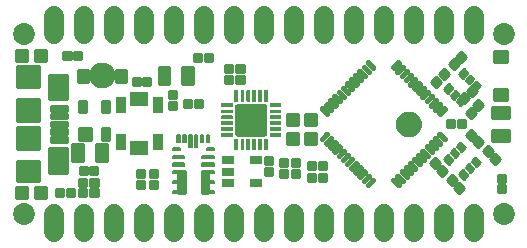
<source format=gbr>
G04 EAGLE Gerber RS-274X export*
G75*
%MOMM*%
%FSLAX34Y34*%
%LPD*%
%INSoldermask Top*%
%IPPOS*%
%AMOC8*
5,1,8,0,0,1.08239X$1,22.5*%
G01*
%ADD10C,1.854200*%
%ADD11C,0.222263*%
%ADD12C,0.217150*%
%ADD13C,0.252447*%
%ADD14C,0.260416*%
%ADD15C,0.252381*%
%ADD16C,0.228606*%
%ADD17C,0.224894*%
%ADD18C,0.230638*%
%ADD19C,1.200000*%
%ADD20C,1.219200*%
%ADD21R,0.953200X1.353200*%
%ADD22R,1.603200X1.153200*%
%ADD23C,1.727200*%
%ADD24C,0.222638*%
%ADD25C,0.231672*%
%ADD26C,0.127000*%
%ADD27C,0.265053*%
%ADD28C,0.460416*%
%ADD29R,1.003200X0.753200*%
%ADD30C,0.253150*%
%ADD31C,0.241278*%

G36*
X216800Y78155D02*
X216800Y78155D01*
X216850Y78153D01*
X217022Y78175D01*
X217195Y78191D01*
X217243Y78204D01*
X217293Y78210D01*
X217458Y78263D01*
X217626Y78309D01*
X217671Y78331D01*
X217718Y78346D01*
X217872Y78427D01*
X218028Y78502D01*
X218069Y78532D01*
X218113Y78555D01*
X218250Y78662D01*
X218390Y78764D01*
X218425Y78800D01*
X218464Y78831D01*
X218580Y78961D01*
X218700Y79086D01*
X218727Y79128D01*
X218761Y79166D01*
X218851Y79314D01*
X218947Y79458D01*
X218967Y79505D01*
X218993Y79547D01*
X219055Y79709D01*
X219124Y79869D01*
X219135Y79917D01*
X219153Y79964D01*
X219186Y80135D01*
X219225Y80304D01*
X219228Y80354D01*
X219237Y80403D01*
X219249Y80650D01*
X219249Y103150D01*
X219245Y103198D01*
X219247Y103243D01*
X219247Y103245D01*
X219247Y103250D01*
X219225Y103422D01*
X219209Y103595D01*
X219196Y103643D01*
X219190Y103693D01*
X219137Y103858D01*
X219091Y104026D01*
X219069Y104071D01*
X219054Y104118D01*
X218973Y104272D01*
X218898Y104428D01*
X218868Y104469D01*
X218845Y104513D01*
X218738Y104650D01*
X218636Y104790D01*
X218600Y104825D01*
X218569Y104864D01*
X218439Y104980D01*
X218314Y105100D01*
X218272Y105127D01*
X218234Y105161D01*
X218086Y105251D01*
X217942Y105347D01*
X217896Y105367D01*
X217853Y105393D01*
X217691Y105455D01*
X217531Y105524D01*
X217483Y105535D01*
X217436Y105553D01*
X217265Y105586D01*
X217096Y105625D01*
X217046Y105628D01*
X216997Y105637D01*
X216750Y105649D01*
X194250Y105649D01*
X194200Y105645D01*
X194150Y105647D01*
X193978Y105625D01*
X193805Y105609D01*
X193757Y105596D01*
X193707Y105590D01*
X193542Y105537D01*
X193374Y105491D01*
X193329Y105469D01*
X193282Y105454D01*
X193128Y105373D01*
X192972Y105298D01*
X192931Y105268D01*
X192887Y105245D01*
X192751Y105138D01*
X192610Y105036D01*
X192575Y105000D01*
X192536Y104969D01*
X192420Y104839D01*
X192300Y104714D01*
X192273Y104672D01*
X192239Y104634D01*
X192149Y104486D01*
X192053Y104342D01*
X192033Y104296D01*
X192007Y104253D01*
X191945Y104091D01*
X191876Y103931D01*
X191865Y103883D01*
X191847Y103836D01*
X191814Y103665D01*
X191775Y103496D01*
X191772Y103446D01*
X191763Y103397D01*
X191751Y103150D01*
X191751Y80650D01*
X191755Y80600D01*
X191753Y80550D01*
X191775Y80378D01*
X191791Y80205D01*
X191804Y80157D01*
X191810Y80107D01*
X191863Y79942D01*
X191909Y79774D01*
X191931Y79729D01*
X191946Y79682D01*
X192027Y79528D01*
X192102Y79372D01*
X192132Y79331D01*
X192155Y79287D01*
X192262Y79151D01*
X192364Y79010D01*
X192400Y78975D01*
X192431Y78936D01*
X192561Y78820D01*
X192686Y78700D01*
X192728Y78673D01*
X192766Y78639D01*
X192914Y78549D01*
X193058Y78453D01*
X193105Y78433D01*
X193147Y78407D01*
X193309Y78345D01*
X193469Y78276D01*
X193517Y78265D01*
X193564Y78247D01*
X193735Y78214D01*
X193904Y78175D01*
X193954Y78172D01*
X194003Y78163D01*
X194250Y78151D01*
X216750Y78151D01*
X216800Y78155D01*
G37*
G36*
X194005Y107494D02*
X194005Y107494D01*
X194010Y107493D01*
X194103Y107514D01*
X194197Y107532D01*
X194201Y107535D01*
X194206Y107536D01*
X194284Y107592D01*
X194362Y107645D01*
X194365Y107649D01*
X194369Y107652D01*
X194420Y107734D01*
X194472Y107813D01*
X194472Y107818D01*
X194475Y107823D01*
X194507Y108000D01*
X194507Y117000D01*
X194506Y117005D01*
X194507Y117010D01*
X194486Y117103D01*
X194468Y117197D01*
X194465Y117201D01*
X194464Y117206D01*
X194408Y117284D01*
X194355Y117362D01*
X194351Y117365D01*
X194348Y117369D01*
X194266Y117420D01*
X194187Y117472D01*
X194182Y117472D01*
X194177Y117475D01*
X194000Y117507D01*
X191500Y117507D01*
X191495Y117506D01*
X191490Y117507D01*
X191397Y117486D01*
X191304Y117468D01*
X191299Y117465D01*
X191294Y117464D01*
X191216Y117408D01*
X191138Y117355D01*
X191135Y117351D01*
X191131Y117348D01*
X191080Y117266D01*
X191028Y117187D01*
X191028Y117182D01*
X191025Y117177D01*
X190993Y117000D01*
X190993Y108000D01*
X190994Y107995D01*
X190993Y107990D01*
X191014Y107897D01*
X191032Y107804D01*
X191035Y107799D01*
X191036Y107794D01*
X191092Y107716D01*
X191145Y107638D01*
X191149Y107635D01*
X191152Y107631D01*
X191234Y107580D01*
X191313Y107528D01*
X191318Y107528D01*
X191323Y107525D01*
X191500Y107493D01*
X194000Y107493D01*
X194005Y107494D01*
G37*
G36*
X219505Y107494D02*
X219505Y107494D01*
X219510Y107493D01*
X219603Y107514D01*
X219697Y107532D01*
X219701Y107535D01*
X219706Y107536D01*
X219784Y107592D01*
X219862Y107645D01*
X219865Y107649D01*
X219869Y107652D01*
X219920Y107734D01*
X219972Y107813D01*
X219972Y107818D01*
X219975Y107823D01*
X220007Y108000D01*
X220007Y117000D01*
X220006Y117005D01*
X220007Y117010D01*
X219986Y117103D01*
X219968Y117197D01*
X219965Y117201D01*
X219964Y117206D01*
X219908Y117284D01*
X219855Y117362D01*
X219851Y117365D01*
X219848Y117369D01*
X219766Y117420D01*
X219687Y117472D01*
X219682Y117472D01*
X219677Y117475D01*
X219500Y117507D01*
X217000Y117507D01*
X216995Y117506D01*
X216990Y117507D01*
X216897Y117486D01*
X216804Y117468D01*
X216799Y117465D01*
X216794Y117464D01*
X216716Y117408D01*
X216638Y117355D01*
X216635Y117351D01*
X216631Y117348D01*
X216580Y117266D01*
X216528Y117187D01*
X216528Y117182D01*
X216525Y117177D01*
X216493Y117000D01*
X216493Y108000D01*
X216494Y107995D01*
X216493Y107990D01*
X216514Y107897D01*
X216532Y107804D01*
X216535Y107799D01*
X216536Y107794D01*
X216592Y107716D01*
X216645Y107638D01*
X216649Y107635D01*
X216652Y107631D01*
X216734Y107580D01*
X216813Y107528D01*
X216818Y107528D01*
X216823Y107525D01*
X217000Y107493D01*
X219500Y107493D01*
X219505Y107494D01*
G37*
G36*
X230505Y102994D02*
X230505Y102994D01*
X230510Y102993D01*
X230603Y103014D01*
X230697Y103032D01*
X230701Y103035D01*
X230706Y103036D01*
X230784Y103092D01*
X230862Y103145D01*
X230865Y103149D01*
X230869Y103152D01*
X230920Y103234D01*
X230972Y103313D01*
X230972Y103318D01*
X230975Y103323D01*
X231007Y103500D01*
X231007Y106000D01*
X231006Y106005D01*
X231007Y106010D01*
X230986Y106103D01*
X230968Y106197D01*
X230965Y106201D01*
X230964Y106206D01*
X230908Y106284D01*
X230855Y106362D01*
X230851Y106365D01*
X230848Y106369D01*
X230766Y106420D01*
X230687Y106472D01*
X230682Y106472D01*
X230677Y106475D01*
X230500Y106507D01*
X221500Y106507D01*
X221495Y106506D01*
X221490Y106507D01*
X221397Y106486D01*
X221304Y106468D01*
X221299Y106465D01*
X221294Y106464D01*
X221216Y106408D01*
X221138Y106355D01*
X221135Y106351D01*
X221131Y106348D01*
X221080Y106266D01*
X221028Y106187D01*
X221028Y106182D01*
X221025Y106177D01*
X220993Y106000D01*
X220993Y103500D01*
X220994Y103495D01*
X220993Y103490D01*
X221014Y103397D01*
X221032Y103304D01*
X221035Y103299D01*
X221036Y103294D01*
X221092Y103216D01*
X221145Y103138D01*
X221149Y103135D01*
X221152Y103131D01*
X221234Y103080D01*
X221313Y103028D01*
X221318Y103028D01*
X221323Y103025D01*
X221500Y102993D01*
X230500Y102993D01*
X230505Y102994D01*
G37*
G36*
X189505Y102994D02*
X189505Y102994D01*
X189510Y102993D01*
X189603Y103014D01*
X189697Y103032D01*
X189701Y103035D01*
X189706Y103036D01*
X189784Y103092D01*
X189862Y103145D01*
X189865Y103149D01*
X189869Y103152D01*
X189920Y103234D01*
X189972Y103313D01*
X189972Y103318D01*
X189975Y103323D01*
X190007Y103500D01*
X190007Y106000D01*
X190006Y106005D01*
X190007Y106010D01*
X189986Y106103D01*
X189968Y106197D01*
X189965Y106201D01*
X189964Y106206D01*
X189908Y106284D01*
X189855Y106362D01*
X189851Y106365D01*
X189848Y106369D01*
X189766Y106420D01*
X189687Y106472D01*
X189682Y106472D01*
X189677Y106475D01*
X189500Y106507D01*
X180500Y106507D01*
X180495Y106506D01*
X180490Y106507D01*
X180397Y106486D01*
X180304Y106468D01*
X180299Y106465D01*
X180294Y106464D01*
X180216Y106408D01*
X180138Y106355D01*
X180135Y106351D01*
X180131Y106348D01*
X180080Y106266D01*
X180028Y106187D01*
X180028Y106182D01*
X180025Y106177D01*
X179993Y106000D01*
X179993Y103500D01*
X179994Y103495D01*
X179993Y103490D01*
X180014Y103397D01*
X180032Y103304D01*
X180035Y103299D01*
X180036Y103294D01*
X180092Y103216D01*
X180145Y103138D01*
X180149Y103135D01*
X180152Y103131D01*
X180234Y103080D01*
X180313Y103028D01*
X180318Y103028D01*
X180323Y103025D01*
X180500Y102993D01*
X189500Y102993D01*
X189505Y102994D01*
G37*
G36*
X189505Y77494D02*
X189505Y77494D01*
X189510Y77493D01*
X189603Y77514D01*
X189697Y77532D01*
X189701Y77535D01*
X189706Y77536D01*
X189784Y77592D01*
X189862Y77645D01*
X189865Y77649D01*
X189869Y77652D01*
X189920Y77734D01*
X189972Y77813D01*
X189972Y77818D01*
X189975Y77823D01*
X190007Y78000D01*
X190007Y80500D01*
X190006Y80505D01*
X190007Y80510D01*
X189986Y80603D01*
X189968Y80697D01*
X189965Y80701D01*
X189964Y80706D01*
X189908Y80784D01*
X189855Y80862D01*
X189851Y80865D01*
X189848Y80869D01*
X189766Y80920D01*
X189687Y80972D01*
X189682Y80972D01*
X189677Y80975D01*
X189500Y81007D01*
X180500Y81007D01*
X180495Y81006D01*
X180490Y81007D01*
X180397Y80986D01*
X180304Y80968D01*
X180299Y80965D01*
X180294Y80964D01*
X180216Y80908D01*
X180138Y80855D01*
X180135Y80851D01*
X180131Y80848D01*
X180080Y80766D01*
X180028Y80687D01*
X180028Y80682D01*
X180025Y80677D01*
X179993Y80500D01*
X179993Y78000D01*
X179994Y77995D01*
X179993Y77990D01*
X180014Y77897D01*
X180032Y77804D01*
X180035Y77799D01*
X180036Y77794D01*
X180092Y77716D01*
X180145Y77638D01*
X180149Y77635D01*
X180152Y77631D01*
X180234Y77580D01*
X180313Y77528D01*
X180318Y77528D01*
X180323Y77525D01*
X180500Y77493D01*
X189500Y77493D01*
X189505Y77494D01*
G37*
G36*
X230505Y77494D02*
X230505Y77494D01*
X230510Y77493D01*
X230603Y77514D01*
X230697Y77532D01*
X230701Y77535D01*
X230706Y77536D01*
X230784Y77592D01*
X230862Y77645D01*
X230865Y77649D01*
X230869Y77652D01*
X230920Y77734D01*
X230972Y77813D01*
X230972Y77818D01*
X230975Y77823D01*
X231007Y78000D01*
X231007Y80500D01*
X231006Y80505D01*
X231007Y80510D01*
X230986Y80603D01*
X230968Y80697D01*
X230965Y80701D01*
X230964Y80706D01*
X230908Y80784D01*
X230855Y80862D01*
X230851Y80865D01*
X230848Y80869D01*
X230766Y80920D01*
X230687Y80972D01*
X230682Y80972D01*
X230677Y80975D01*
X230500Y81007D01*
X221500Y81007D01*
X221495Y81006D01*
X221490Y81007D01*
X221397Y80986D01*
X221304Y80968D01*
X221299Y80965D01*
X221294Y80964D01*
X221216Y80908D01*
X221138Y80855D01*
X221135Y80851D01*
X221131Y80848D01*
X221080Y80766D01*
X221028Y80687D01*
X221028Y80682D01*
X221025Y80677D01*
X220993Y80500D01*
X220993Y78000D01*
X220994Y77995D01*
X220993Y77990D01*
X221014Y77897D01*
X221032Y77804D01*
X221035Y77799D01*
X221036Y77794D01*
X221092Y77716D01*
X221145Y77638D01*
X221149Y77635D01*
X221152Y77631D01*
X221234Y77580D01*
X221313Y77528D01*
X221318Y77528D01*
X221323Y77525D01*
X221500Y77493D01*
X230500Y77493D01*
X230505Y77494D01*
G37*
G36*
X219505Y66494D02*
X219505Y66494D01*
X219510Y66493D01*
X219603Y66514D01*
X219697Y66532D01*
X219701Y66535D01*
X219706Y66536D01*
X219784Y66592D01*
X219862Y66645D01*
X219865Y66649D01*
X219869Y66652D01*
X219920Y66734D01*
X219972Y66813D01*
X219972Y66818D01*
X219975Y66823D01*
X220007Y67000D01*
X220007Y76000D01*
X220006Y76005D01*
X220007Y76010D01*
X219986Y76103D01*
X219968Y76197D01*
X219965Y76201D01*
X219964Y76206D01*
X219908Y76284D01*
X219855Y76362D01*
X219851Y76365D01*
X219848Y76369D01*
X219766Y76420D01*
X219687Y76472D01*
X219682Y76472D01*
X219677Y76475D01*
X219500Y76507D01*
X217000Y76507D01*
X216995Y76506D01*
X216990Y76507D01*
X216897Y76486D01*
X216804Y76468D01*
X216799Y76465D01*
X216794Y76464D01*
X216716Y76408D01*
X216638Y76355D01*
X216635Y76351D01*
X216631Y76348D01*
X216580Y76266D01*
X216528Y76187D01*
X216528Y76182D01*
X216525Y76177D01*
X216493Y76000D01*
X216493Y67000D01*
X216494Y66995D01*
X216493Y66990D01*
X216514Y66897D01*
X216532Y66804D01*
X216535Y66799D01*
X216536Y66794D01*
X216592Y66716D01*
X216645Y66638D01*
X216649Y66635D01*
X216652Y66631D01*
X216734Y66580D01*
X216813Y66528D01*
X216818Y66528D01*
X216823Y66525D01*
X217000Y66493D01*
X219500Y66493D01*
X219505Y66494D01*
G37*
G36*
X194005Y66494D02*
X194005Y66494D01*
X194010Y66493D01*
X194103Y66514D01*
X194197Y66532D01*
X194201Y66535D01*
X194206Y66536D01*
X194284Y66592D01*
X194362Y66645D01*
X194365Y66649D01*
X194369Y66652D01*
X194420Y66734D01*
X194472Y66813D01*
X194472Y66818D01*
X194475Y66823D01*
X194507Y67000D01*
X194507Y76000D01*
X194506Y76005D01*
X194507Y76010D01*
X194486Y76103D01*
X194468Y76197D01*
X194465Y76201D01*
X194464Y76206D01*
X194408Y76284D01*
X194355Y76362D01*
X194351Y76365D01*
X194348Y76369D01*
X194266Y76420D01*
X194187Y76472D01*
X194182Y76472D01*
X194177Y76475D01*
X194000Y76507D01*
X191500Y76507D01*
X191495Y76506D01*
X191490Y76507D01*
X191397Y76486D01*
X191304Y76468D01*
X191299Y76465D01*
X191294Y76464D01*
X191216Y76408D01*
X191138Y76355D01*
X191135Y76351D01*
X191131Y76348D01*
X191080Y76266D01*
X191028Y76187D01*
X191028Y76182D01*
X191025Y76177D01*
X190993Y76000D01*
X190993Y67000D01*
X190994Y66995D01*
X190993Y66990D01*
X191014Y66897D01*
X191032Y66804D01*
X191035Y66799D01*
X191036Y66794D01*
X191092Y66716D01*
X191145Y66638D01*
X191149Y66635D01*
X191152Y66631D01*
X191234Y66580D01*
X191313Y66528D01*
X191318Y66528D01*
X191323Y66525D01*
X191500Y66493D01*
X194000Y66493D01*
X194005Y66494D01*
G37*
G36*
X199005Y107494D02*
X199005Y107494D01*
X199010Y107493D01*
X199103Y107514D01*
X199197Y107532D01*
X199201Y107535D01*
X199206Y107536D01*
X199284Y107592D01*
X199362Y107645D01*
X199365Y107649D01*
X199369Y107652D01*
X199420Y107734D01*
X199472Y107813D01*
X199472Y107818D01*
X199475Y107823D01*
X199507Y108000D01*
X199507Y117000D01*
X199506Y117005D01*
X199507Y117010D01*
X199486Y117103D01*
X199468Y117197D01*
X199465Y117201D01*
X199464Y117206D01*
X199408Y117284D01*
X199355Y117362D01*
X199351Y117365D01*
X199348Y117369D01*
X199266Y117420D01*
X199187Y117472D01*
X199182Y117472D01*
X199177Y117475D01*
X199000Y117507D01*
X197000Y117507D01*
X196995Y117506D01*
X196990Y117507D01*
X196897Y117486D01*
X196804Y117468D01*
X196799Y117465D01*
X196794Y117464D01*
X196716Y117408D01*
X196638Y117355D01*
X196635Y117351D01*
X196631Y117348D01*
X196580Y117266D01*
X196528Y117187D01*
X196528Y117182D01*
X196525Y117177D01*
X196493Y117000D01*
X196493Y108000D01*
X196494Y107995D01*
X196493Y107990D01*
X196514Y107897D01*
X196532Y107804D01*
X196535Y107799D01*
X196536Y107794D01*
X196592Y107716D01*
X196645Y107638D01*
X196649Y107635D01*
X196652Y107631D01*
X196734Y107580D01*
X196813Y107528D01*
X196818Y107528D01*
X196823Y107525D01*
X197000Y107493D01*
X199000Y107493D01*
X199005Y107494D01*
G37*
G36*
X209005Y107494D02*
X209005Y107494D01*
X209010Y107493D01*
X209103Y107514D01*
X209197Y107532D01*
X209201Y107535D01*
X209206Y107536D01*
X209284Y107592D01*
X209362Y107645D01*
X209365Y107649D01*
X209369Y107652D01*
X209420Y107734D01*
X209472Y107813D01*
X209472Y107818D01*
X209475Y107823D01*
X209507Y108000D01*
X209507Y117000D01*
X209506Y117005D01*
X209507Y117010D01*
X209486Y117103D01*
X209468Y117197D01*
X209465Y117201D01*
X209464Y117206D01*
X209408Y117284D01*
X209355Y117362D01*
X209351Y117365D01*
X209348Y117369D01*
X209266Y117420D01*
X209187Y117472D01*
X209182Y117472D01*
X209177Y117475D01*
X209000Y117507D01*
X207000Y117507D01*
X206995Y117506D01*
X206990Y117507D01*
X206897Y117486D01*
X206804Y117468D01*
X206799Y117465D01*
X206794Y117464D01*
X206716Y117408D01*
X206638Y117355D01*
X206635Y117351D01*
X206631Y117348D01*
X206580Y117266D01*
X206528Y117187D01*
X206528Y117182D01*
X206525Y117177D01*
X206493Y117000D01*
X206493Y108000D01*
X206494Y107995D01*
X206493Y107990D01*
X206514Y107897D01*
X206532Y107804D01*
X206535Y107799D01*
X206536Y107794D01*
X206592Y107716D01*
X206645Y107638D01*
X206649Y107635D01*
X206652Y107631D01*
X206734Y107580D01*
X206813Y107528D01*
X206818Y107528D01*
X206823Y107525D01*
X207000Y107493D01*
X209000Y107493D01*
X209005Y107494D01*
G37*
G36*
X214005Y107494D02*
X214005Y107494D01*
X214010Y107493D01*
X214103Y107514D01*
X214197Y107532D01*
X214201Y107535D01*
X214206Y107536D01*
X214284Y107592D01*
X214362Y107645D01*
X214365Y107649D01*
X214369Y107652D01*
X214420Y107734D01*
X214472Y107813D01*
X214472Y107818D01*
X214475Y107823D01*
X214507Y108000D01*
X214507Y117000D01*
X214506Y117005D01*
X214507Y117010D01*
X214486Y117103D01*
X214468Y117197D01*
X214465Y117201D01*
X214464Y117206D01*
X214408Y117284D01*
X214355Y117362D01*
X214351Y117365D01*
X214348Y117369D01*
X214266Y117420D01*
X214187Y117472D01*
X214182Y117472D01*
X214177Y117475D01*
X214000Y117507D01*
X212000Y117507D01*
X211995Y117506D01*
X211990Y117507D01*
X211897Y117486D01*
X211804Y117468D01*
X211799Y117465D01*
X211794Y117464D01*
X211716Y117408D01*
X211638Y117355D01*
X211635Y117351D01*
X211631Y117348D01*
X211580Y117266D01*
X211528Y117187D01*
X211528Y117182D01*
X211525Y117177D01*
X211493Y117000D01*
X211493Y108000D01*
X211494Y107995D01*
X211493Y107990D01*
X211514Y107897D01*
X211532Y107804D01*
X211535Y107799D01*
X211536Y107794D01*
X211592Y107716D01*
X211645Y107638D01*
X211649Y107635D01*
X211652Y107631D01*
X211734Y107580D01*
X211813Y107528D01*
X211818Y107528D01*
X211823Y107525D01*
X212000Y107493D01*
X214000Y107493D01*
X214005Y107494D01*
G37*
G36*
X204005Y107494D02*
X204005Y107494D01*
X204010Y107493D01*
X204103Y107514D01*
X204197Y107532D01*
X204201Y107535D01*
X204206Y107536D01*
X204284Y107592D01*
X204362Y107645D01*
X204365Y107649D01*
X204369Y107652D01*
X204420Y107734D01*
X204472Y107813D01*
X204472Y107818D01*
X204475Y107823D01*
X204507Y108000D01*
X204507Y117000D01*
X204506Y117005D01*
X204507Y117010D01*
X204486Y117103D01*
X204468Y117197D01*
X204465Y117201D01*
X204464Y117206D01*
X204408Y117284D01*
X204355Y117362D01*
X204351Y117365D01*
X204348Y117369D01*
X204266Y117420D01*
X204187Y117472D01*
X204182Y117472D01*
X204177Y117475D01*
X204000Y117507D01*
X202000Y117507D01*
X201995Y117506D01*
X201990Y117507D01*
X201897Y117486D01*
X201804Y117468D01*
X201799Y117465D01*
X201794Y117464D01*
X201716Y117408D01*
X201638Y117355D01*
X201635Y117351D01*
X201631Y117348D01*
X201580Y117266D01*
X201528Y117187D01*
X201528Y117182D01*
X201525Y117177D01*
X201493Y117000D01*
X201493Y108000D01*
X201494Y107995D01*
X201493Y107990D01*
X201514Y107897D01*
X201532Y107804D01*
X201535Y107799D01*
X201536Y107794D01*
X201592Y107716D01*
X201645Y107638D01*
X201649Y107635D01*
X201652Y107631D01*
X201734Y107580D01*
X201813Y107528D01*
X201818Y107528D01*
X201823Y107525D01*
X202000Y107493D01*
X204000Y107493D01*
X204005Y107494D01*
G37*
G36*
X230505Y97994D02*
X230505Y97994D01*
X230510Y97993D01*
X230603Y98014D01*
X230697Y98032D01*
X230701Y98035D01*
X230706Y98036D01*
X230784Y98092D01*
X230862Y98145D01*
X230865Y98149D01*
X230869Y98152D01*
X230920Y98234D01*
X230972Y98313D01*
X230972Y98318D01*
X230975Y98323D01*
X231007Y98500D01*
X231007Y100500D01*
X231006Y100505D01*
X231007Y100510D01*
X230986Y100603D01*
X230968Y100697D01*
X230965Y100701D01*
X230964Y100706D01*
X230908Y100784D01*
X230855Y100862D01*
X230851Y100865D01*
X230848Y100869D01*
X230766Y100920D01*
X230687Y100972D01*
X230682Y100972D01*
X230677Y100975D01*
X230500Y101007D01*
X221500Y101007D01*
X221495Y101006D01*
X221490Y101007D01*
X221397Y100986D01*
X221304Y100968D01*
X221299Y100965D01*
X221294Y100964D01*
X221216Y100908D01*
X221138Y100855D01*
X221135Y100851D01*
X221131Y100848D01*
X221080Y100766D01*
X221028Y100687D01*
X221028Y100682D01*
X221025Y100677D01*
X220993Y100500D01*
X220993Y98500D01*
X220994Y98495D01*
X220993Y98490D01*
X221014Y98397D01*
X221032Y98304D01*
X221035Y98299D01*
X221036Y98294D01*
X221092Y98216D01*
X221145Y98138D01*
X221149Y98135D01*
X221152Y98131D01*
X221234Y98080D01*
X221313Y98028D01*
X221318Y98028D01*
X221323Y98025D01*
X221500Y97993D01*
X230500Y97993D01*
X230505Y97994D01*
G37*
G36*
X189505Y97994D02*
X189505Y97994D01*
X189510Y97993D01*
X189603Y98014D01*
X189697Y98032D01*
X189701Y98035D01*
X189706Y98036D01*
X189784Y98092D01*
X189862Y98145D01*
X189865Y98149D01*
X189869Y98152D01*
X189920Y98234D01*
X189972Y98313D01*
X189972Y98318D01*
X189975Y98323D01*
X190007Y98500D01*
X190007Y100500D01*
X190006Y100505D01*
X190007Y100510D01*
X189986Y100603D01*
X189968Y100697D01*
X189965Y100701D01*
X189964Y100706D01*
X189908Y100784D01*
X189855Y100862D01*
X189851Y100865D01*
X189848Y100869D01*
X189766Y100920D01*
X189687Y100972D01*
X189682Y100972D01*
X189677Y100975D01*
X189500Y101007D01*
X180500Y101007D01*
X180495Y101006D01*
X180490Y101007D01*
X180397Y100986D01*
X180304Y100968D01*
X180299Y100965D01*
X180294Y100964D01*
X180216Y100908D01*
X180138Y100855D01*
X180135Y100851D01*
X180131Y100848D01*
X180080Y100766D01*
X180028Y100687D01*
X180028Y100682D01*
X180025Y100677D01*
X179993Y100500D01*
X179993Y98500D01*
X179994Y98495D01*
X179993Y98490D01*
X180014Y98397D01*
X180032Y98304D01*
X180035Y98299D01*
X180036Y98294D01*
X180092Y98216D01*
X180145Y98138D01*
X180149Y98135D01*
X180152Y98131D01*
X180234Y98080D01*
X180313Y98028D01*
X180318Y98028D01*
X180323Y98025D01*
X180500Y97993D01*
X189500Y97993D01*
X189505Y97994D01*
G37*
G36*
X230505Y92994D02*
X230505Y92994D01*
X230510Y92993D01*
X230603Y93014D01*
X230697Y93032D01*
X230701Y93035D01*
X230706Y93036D01*
X230784Y93092D01*
X230862Y93145D01*
X230865Y93149D01*
X230869Y93152D01*
X230920Y93234D01*
X230972Y93313D01*
X230972Y93318D01*
X230975Y93323D01*
X231007Y93500D01*
X231007Y95500D01*
X231006Y95505D01*
X231007Y95510D01*
X230986Y95603D01*
X230968Y95697D01*
X230965Y95701D01*
X230964Y95706D01*
X230908Y95784D01*
X230855Y95862D01*
X230851Y95865D01*
X230848Y95869D01*
X230766Y95920D01*
X230687Y95972D01*
X230682Y95972D01*
X230677Y95975D01*
X230500Y96007D01*
X221500Y96007D01*
X221495Y96006D01*
X221490Y96007D01*
X221397Y95986D01*
X221304Y95968D01*
X221299Y95965D01*
X221294Y95964D01*
X221216Y95908D01*
X221138Y95855D01*
X221135Y95851D01*
X221131Y95848D01*
X221080Y95766D01*
X221028Y95687D01*
X221028Y95682D01*
X221025Y95677D01*
X220993Y95500D01*
X220993Y93500D01*
X220994Y93495D01*
X220993Y93490D01*
X221014Y93397D01*
X221032Y93304D01*
X221035Y93299D01*
X221036Y93294D01*
X221092Y93216D01*
X221145Y93138D01*
X221149Y93135D01*
X221152Y93131D01*
X221234Y93080D01*
X221313Y93028D01*
X221318Y93028D01*
X221323Y93025D01*
X221500Y92993D01*
X230500Y92993D01*
X230505Y92994D01*
G37*
G36*
X189505Y92994D02*
X189505Y92994D01*
X189510Y92993D01*
X189603Y93014D01*
X189697Y93032D01*
X189701Y93035D01*
X189706Y93036D01*
X189784Y93092D01*
X189862Y93145D01*
X189865Y93149D01*
X189869Y93152D01*
X189920Y93234D01*
X189972Y93313D01*
X189972Y93318D01*
X189975Y93323D01*
X190007Y93500D01*
X190007Y95500D01*
X190006Y95505D01*
X190007Y95510D01*
X189986Y95603D01*
X189968Y95697D01*
X189965Y95701D01*
X189964Y95706D01*
X189908Y95784D01*
X189855Y95862D01*
X189851Y95865D01*
X189848Y95869D01*
X189766Y95920D01*
X189687Y95972D01*
X189682Y95972D01*
X189677Y95975D01*
X189500Y96007D01*
X180500Y96007D01*
X180495Y96006D01*
X180490Y96007D01*
X180397Y95986D01*
X180304Y95968D01*
X180299Y95965D01*
X180294Y95964D01*
X180216Y95908D01*
X180138Y95855D01*
X180135Y95851D01*
X180131Y95848D01*
X180080Y95766D01*
X180028Y95687D01*
X180028Y95682D01*
X180025Y95677D01*
X179993Y95500D01*
X179993Y93500D01*
X179994Y93495D01*
X179993Y93490D01*
X180014Y93397D01*
X180032Y93304D01*
X180035Y93299D01*
X180036Y93294D01*
X180092Y93216D01*
X180145Y93138D01*
X180149Y93135D01*
X180152Y93131D01*
X180234Y93080D01*
X180313Y93028D01*
X180318Y93028D01*
X180323Y93025D01*
X180500Y92993D01*
X189500Y92993D01*
X189505Y92994D01*
G37*
G36*
X230505Y87994D02*
X230505Y87994D01*
X230510Y87993D01*
X230603Y88014D01*
X230697Y88032D01*
X230701Y88035D01*
X230706Y88036D01*
X230784Y88092D01*
X230862Y88145D01*
X230865Y88149D01*
X230869Y88152D01*
X230920Y88234D01*
X230972Y88313D01*
X230972Y88318D01*
X230975Y88323D01*
X231007Y88500D01*
X231007Y90500D01*
X231006Y90505D01*
X231007Y90510D01*
X230986Y90603D01*
X230968Y90697D01*
X230965Y90701D01*
X230964Y90706D01*
X230908Y90784D01*
X230855Y90862D01*
X230851Y90865D01*
X230848Y90869D01*
X230766Y90920D01*
X230687Y90972D01*
X230682Y90972D01*
X230677Y90975D01*
X230500Y91007D01*
X221500Y91007D01*
X221495Y91006D01*
X221490Y91007D01*
X221397Y90986D01*
X221304Y90968D01*
X221299Y90965D01*
X221294Y90964D01*
X221216Y90908D01*
X221138Y90855D01*
X221135Y90851D01*
X221131Y90848D01*
X221080Y90766D01*
X221028Y90687D01*
X221028Y90682D01*
X221025Y90677D01*
X220993Y90500D01*
X220993Y88500D01*
X220994Y88495D01*
X220993Y88490D01*
X221014Y88397D01*
X221032Y88304D01*
X221035Y88299D01*
X221036Y88294D01*
X221092Y88216D01*
X221145Y88138D01*
X221149Y88135D01*
X221152Y88131D01*
X221234Y88080D01*
X221313Y88028D01*
X221318Y88028D01*
X221323Y88025D01*
X221500Y87993D01*
X230500Y87993D01*
X230505Y87994D01*
G37*
G36*
X189505Y87994D02*
X189505Y87994D01*
X189510Y87993D01*
X189603Y88014D01*
X189697Y88032D01*
X189701Y88035D01*
X189706Y88036D01*
X189784Y88092D01*
X189862Y88145D01*
X189865Y88149D01*
X189869Y88152D01*
X189920Y88234D01*
X189972Y88313D01*
X189972Y88318D01*
X189975Y88323D01*
X190007Y88500D01*
X190007Y90500D01*
X190006Y90505D01*
X190007Y90510D01*
X189986Y90603D01*
X189968Y90697D01*
X189965Y90701D01*
X189964Y90706D01*
X189908Y90784D01*
X189855Y90862D01*
X189851Y90865D01*
X189848Y90869D01*
X189766Y90920D01*
X189687Y90972D01*
X189682Y90972D01*
X189677Y90975D01*
X189500Y91007D01*
X180500Y91007D01*
X180495Y91006D01*
X180490Y91007D01*
X180397Y90986D01*
X180304Y90968D01*
X180299Y90965D01*
X180294Y90964D01*
X180216Y90908D01*
X180138Y90855D01*
X180135Y90851D01*
X180131Y90848D01*
X180080Y90766D01*
X180028Y90687D01*
X180028Y90682D01*
X180025Y90677D01*
X179993Y90500D01*
X179993Y88500D01*
X179994Y88495D01*
X179993Y88490D01*
X180014Y88397D01*
X180032Y88304D01*
X180035Y88299D01*
X180036Y88294D01*
X180092Y88216D01*
X180145Y88138D01*
X180149Y88135D01*
X180152Y88131D01*
X180234Y88080D01*
X180313Y88028D01*
X180318Y88028D01*
X180323Y88025D01*
X180500Y87993D01*
X189500Y87993D01*
X189505Y87994D01*
G37*
G36*
X230505Y82994D02*
X230505Y82994D01*
X230510Y82993D01*
X230603Y83014D01*
X230697Y83032D01*
X230701Y83035D01*
X230706Y83036D01*
X230784Y83092D01*
X230862Y83145D01*
X230865Y83149D01*
X230869Y83152D01*
X230920Y83234D01*
X230972Y83313D01*
X230972Y83318D01*
X230975Y83323D01*
X231007Y83500D01*
X231007Y85500D01*
X231006Y85505D01*
X231007Y85510D01*
X230986Y85603D01*
X230968Y85697D01*
X230965Y85701D01*
X230964Y85706D01*
X230908Y85784D01*
X230855Y85862D01*
X230851Y85865D01*
X230848Y85869D01*
X230766Y85920D01*
X230687Y85972D01*
X230682Y85972D01*
X230677Y85975D01*
X230500Y86007D01*
X221500Y86007D01*
X221495Y86006D01*
X221490Y86007D01*
X221397Y85986D01*
X221304Y85968D01*
X221299Y85965D01*
X221294Y85964D01*
X221216Y85908D01*
X221138Y85855D01*
X221135Y85851D01*
X221131Y85848D01*
X221080Y85766D01*
X221028Y85687D01*
X221028Y85682D01*
X221025Y85677D01*
X220993Y85500D01*
X220993Y83500D01*
X220994Y83495D01*
X220993Y83490D01*
X221014Y83397D01*
X221032Y83304D01*
X221035Y83299D01*
X221036Y83294D01*
X221092Y83216D01*
X221145Y83138D01*
X221149Y83135D01*
X221152Y83131D01*
X221234Y83080D01*
X221313Y83028D01*
X221318Y83028D01*
X221323Y83025D01*
X221500Y82993D01*
X230500Y82993D01*
X230505Y82994D01*
G37*
G36*
X189505Y82994D02*
X189505Y82994D01*
X189510Y82993D01*
X189603Y83014D01*
X189697Y83032D01*
X189701Y83035D01*
X189706Y83036D01*
X189784Y83092D01*
X189862Y83145D01*
X189865Y83149D01*
X189869Y83152D01*
X189920Y83234D01*
X189972Y83313D01*
X189972Y83318D01*
X189975Y83323D01*
X190007Y83500D01*
X190007Y85500D01*
X190006Y85505D01*
X190007Y85510D01*
X189986Y85603D01*
X189968Y85697D01*
X189965Y85701D01*
X189964Y85706D01*
X189908Y85784D01*
X189855Y85862D01*
X189851Y85865D01*
X189848Y85869D01*
X189766Y85920D01*
X189687Y85972D01*
X189682Y85972D01*
X189677Y85975D01*
X189500Y86007D01*
X180500Y86007D01*
X180495Y86006D01*
X180490Y86007D01*
X180397Y85986D01*
X180304Y85968D01*
X180299Y85965D01*
X180294Y85964D01*
X180216Y85908D01*
X180138Y85855D01*
X180135Y85851D01*
X180131Y85848D01*
X180080Y85766D01*
X180028Y85687D01*
X180028Y85682D01*
X180025Y85677D01*
X179993Y85500D01*
X179993Y83500D01*
X179994Y83495D01*
X179993Y83490D01*
X180014Y83397D01*
X180032Y83304D01*
X180035Y83299D01*
X180036Y83294D01*
X180092Y83216D01*
X180145Y83138D01*
X180149Y83135D01*
X180152Y83131D01*
X180234Y83080D01*
X180313Y83028D01*
X180318Y83028D01*
X180323Y83025D01*
X180500Y82993D01*
X189500Y82993D01*
X189505Y82994D01*
G37*
G36*
X209005Y66494D02*
X209005Y66494D01*
X209010Y66493D01*
X209103Y66514D01*
X209197Y66532D01*
X209201Y66535D01*
X209206Y66536D01*
X209284Y66592D01*
X209362Y66645D01*
X209365Y66649D01*
X209369Y66652D01*
X209420Y66734D01*
X209472Y66813D01*
X209472Y66818D01*
X209475Y66823D01*
X209507Y67000D01*
X209507Y76000D01*
X209506Y76005D01*
X209507Y76010D01*
X209486Y76103D01*
X209468Y76197D01*
X209465Y76201D01*
X209464Y76206D01*
X209408Y76284D01*
X209355Y76362D01*
X209351Y76365D01*
X209348Y76369D01*
X209266Y76420D01*
X209187Y76472D01*
X209182Y76472D01*
X209177Y76475D01*
X209000Y76507D01*
X207000Y76507D01*
X206995Y76506D01*
X206990Y76507D01*
X206897Y76486D01*
X206804Y76468D01*
X206799Y76465D01*
X206794Y76464D01*
X206716Y76408D01*
X206638Y76355D01*
X206635Y76351D01*
X206631Y76348D01*
X206580Y76266D01*
X206528Y76187D01*
X206528Y76182D01*
X206525Y76177D01*
X206493Y76000D01*
X206493Y67000D01*
X206494Y66995D01*
X206493Y66990D01*
X206514Y66897D01*
X206532Y66804D01*
X206535Y66799D01*
X206536Y66794D01*
X206592Y66716D01*
X206645Y66638D01*
X206649Y66635D01*
X206652Y66631D01*
X206734Y66580D01*
X206813Y66528D01*
X206818Y66528D01*
X206823Y66525D01*
X207000Y66493D01*
X209000Y66493D01*
X209005Y66494D01*
G37*
G36*
X214005Y66494D02*
X214005Y66494D01*
X214010Y66493D01*
X214103Y66514D01*
X214197Y66532D01*
X214201Y66535D01*
X214206Y66536D01*
X214284Y66592D01*
X214362Y66645D01*
X214365Y66649D01*
X214369Y66652D01*
X214420Y66734D01*
X214472Y66813D01*
X214472Y66818D01*
X214475Y66823D01*
X214507Y67000D01*
X214507Y76000D01*
X214506Y76005D01*
X214507Y76010D01*
X214486Y76103D01*
X214468Y76197D01*
X214465Y76201D01*
X214464Y76206D01*
X214408Y76284D01*
X214355Y76362D01*
X214351Y76365D01*
X214348Y76369D01*
X214266Y76420D01*
X214187Y76472D01*
X214182Y76472D01*
X214177Y76475D01*
X214000Y76507D01*
X212000Y76507D01*
X211995Y76506D01*
X211990Y76507D01*
X211897Y76486D01*
X211804Y76468D01*
X211799Y76465D01*
X211794Y76464D01*
X211716Y76408D01*
X211638Y76355D01*
X211635Y76351D01*
X211631Y76348D01*
X211580Y76266D01*
X211528Y76187D01*
X211528Y76182D01*
X211525Y76177D01*
X211493Y76000D01*
X211493Y67000D01*
X211494Y66995D01*
X211493Y66990D01*
X211514Y66897D01*
X211532Y66804D01*
X211535Y66799D01*
X211536Y66794D01*
X211592Y66716D01*
X211645Y66638D01*
X211649Y66635D01*
X211652Y66631D01*
X211734Y66580D01*
X211813Y66528D01*
X211818Y66528D01*
X211823Y66525D01*
X212000Y66493D01*
X214000Y66493D01*
X214005Y66494D01*
G37*
G36*
X204005Y66494D02*
X204005Y66494D01*
X204010Y66493D01*
X204103Y66514D01*
X204197Y66532D01*
X204201Y66535D01*
X204206Y66536D01*
X204284Y66592D01*
X204362Y66645D01*
X204365Y66649D01*
X204369Y66652D01*
X204420Y66734D01*
X204472Y66813D01*
X204472Y66818D01*
X204475Y66823D01*
X204507Y67000D01*
X204507Y76000D01*
X204506Y76005D01*
X204507Y76010D01*
X204486Y76103D01*
X204468Y76197D01*
X204465Y76201D01*
X204464Y76206D01*
X204408Y76284D01*
X204355Y76362D01*
X204351Y76365D01*
X204348Y76369D01*
X204266Y76420D01*
X204187Y76472D01*
X204182Y76472D01*
X204177Y76475D01*
X204000Y76507D01*
X202000Y76507D01*
X201995Y76506D01*
X201990Y76507D01*
X201897Y76486D01*
X201804Y76468D01*
X201799Y76465D01*
X201794Y76464D01*
X201716Y76408D01*
X201638Y76355D01*
X201635Y76351D01*
X201631Y76348D01*
X201580Y76266D01*
X201528Y76187D01*
X201528Y76182D01*
X201525Y76177D01*
X201493Y76000D01*
X201493Y67000D01*
X201494Y66995D01*
X201493Y66990D01*
X201514Y66897D01*
X201532Y66804D01*
X201535Y66799D01*
X201536Y66794D01*
X201592Y66716D01*
X201645Y66638D01*
X201649Y66635D01*
X201652Y66631D01*
X201734Y66580D01*
X201813Y66528D01*
X201818Y66528D01*
X201823Y66525D01*
X202000Y66493D01*
X204000Y66493D01*
X204005Y66494D01*
G37*
G36*
X199005Y66494D02*
X199005Y66494D01*
X199010Y66493D01*
X199103Y66514D01*
X199197Y66532D01*
X199201Y66535D01*
X199206Y66536D01*
X199284Y66592D01*
X199362Y66645D01*
X199365Y66649D01*
X199369Y66652D01*
X199420Y66734D01*
X199472Y66813D01*
X199472Y66818D01*
X199475Y66823D01*
X199507Y67000D01*
X199507Y76000D01*
X199506Y76005D01*
X199507Y76010D01*
X199486Y76103D01*
X199468Y76197D01*
X199465Y76201D01*
X199464Y76206D01*
X199408Y76284D01*
X199355Y76362D01*
X199351Y76365D01*
X199348Y76369D01*
X199266Y76420D01*
X199187Y76472D01*
X199182Y76472D01*
X199177Y76475D01*
X199000Y76507D01*
X197000Y76507D01*
X196995Y76506D01*
X196990Y76507D01*
X196897Y76486D01*
X196804Y76468D01*
X196799Y76465D01*
X196794Y76464D01*
X196716Y76408D01*
X196638Y76355D01*
X196635Y76351D01*
X196631Y76348D01*
X196580Y76266D01*
X196528Y76187D01*
X196528Y76182D01*
X196525Y76177D01*
X196493Y76000D01*
X196493Y67000D01*
X196494Y66995D01*
X196493Y66990D01*
X196514Y66897D01*
X196532Y66804D01*
X196535Y66799D01*
X196536Y66794D01*
X196592Y66716D01*
X196645Y66638D01*
X196649Y66635D01*
X196652Y66631D01*
X196734Y66580D01*
X196813Y66528D01*
X196818Y66528D01*
X196823Y66525D01*
X197000Y66493D01*
X199000Y66493D01*
X199005Y66494D01*
G37*
D10*
X12700Y165100D03*
X12700Y12700D03*
X419100Y12700D03*
X419100Y165100D03*
D11*
X65630Y33555D02*
X65630Y27545D01*
X59620Y27545D01*
X59620Y33555D01*
X65630Y33555D01*
X65630Y29657D02*
X59620Y29657D01*
X59620Y31769D02*
X65630Y31769D01*
X65630Y36545D02*
X65630Y42555D01*
X65630Y36545D02*
X59620Y36545D01*
X59620Y42555D01*
X65630Y42555D01*
X65630Y38657D02*
X59620Y38657D01*
X59620Y40769D02*
X65630Y40769D01*
X75380Y33555D02*
X75380Y27545D01*
X69370Y27545D01*
X69370Y33555D01*
X75380Y33555D01*
X75380Y29657D02*
X69370Y29657D01*
X69370Y31769D02*
X75380Y31769D01*
X75380Y36545D02*
X75380Y42555D01*
X75380Y36545D02*
X69370Y36545D01*
X69370Y42555D01*
X75380Y42555D01*
X75380Y38657D02*
X69370Y38657D01*
X69370Y40769D02*
X75380Y40769D01*
D12*
X49730Y99970D02*
X49730Y103830D01*
X49730Y99970D02*
X36370Y99970D01*
X36370Y103830D01*
X49730Y103830D01*
X49730Y102033D02*
X36370Y102033D01*
X49730Y97330D02*
X49730Y93470D01*
X36370Y93470D01*
X36370Y97330D01*
X49730Y97330D01*
X49730Y95533D02*
X36370Y95533D01*
X49730Y90830D02*
X49730Y86970D01*
X36370Y86970D01*
X36370Y90830D01*
X49730Y90830D01*
X49730Y89033D02*
X36370Y89033D01*
X49730Y84330D02*
X49730Y80470D01*
X36370Y80470D01*
X36370Y84330D01*
X49730Y84330D01*
X49730Y82533D02*
X36370Y82533D01*
X49730Y77830D02*
X49730Y73970D01*
X36370Y73970D01*
X36370Y77830D01*
X49730Y77830D01*
X49730Y76033D02*
X36370Y76033D01*
D13*
X49554Y68154D02*
X49554Y47646D01*
X34046Y47646D01*
X34046Y68154D01*
X49554Y68154D01*
X49554Y50044D02*
X34046Y50044D01*
X34046Y52442D02*
X49554Y52442D01*
X49554Y54840D02*
X34046Y54840D01*
X34046Y57238D02*
X49554Y57238D01*
X49554Y59636D02*
X34046Y59636D01*
X34046Y62034D02*
X49554Y62034D01*
X49554Y64432D02*
X34046Y64432D01*
X34046Y66830D02*
X49554Y66830D01*
D14*
X25514Y57614D02*
X25514Y40186D01*
X7086Y40186D01*
X7086Y57614D01*
X25514Y57614D01*
X25514Y42660D02*
X7086Y42660D01*
X7086Y45134D02*
X25514Y45134D01*
X25514Y47608D02*
X7086Y47608D01*
X7086Y50082D02*
X25514Y50082D01*
X25514Y52556D02*
X7086Y52556D01*
X7086Y55030D02*
X25514Y55030D01*
X25514Y57504D02*
X7086Y57504D01*
D15*
X25554Y67646D02*
X25554Y86154D01*
X25554Y67646D02*
X7046Y67646D01*
X7046Y86154D01*
X25554Y86154D01*
X25554Y70044D02*
X7046Y70044D01*
X7046Y72442D02*
X25554Y72442D01*
X25554Y74840D02*
X7046Y74840D01*
X7046Y77238D02*
X25554Y77238D01*
X25554Y79636D02*
X7046Y79636D01*
X7046Y82034D02*
X25554Y82034D01*
X25554Y84432D02*
X7046Y84432D01*
X25554Y91646D02*
X25554Y110154D01*
X25554Y91646D02*
X7046Y91646D01*
X7046Y110154D01*
X25554Y110154D01*
X25554Y94044D02*
X7046Y94044D01*
X7046Y96442D02*
X25554Y96442D01*
X25554Y98840D02*
X7046Y98840D01*
X7046Y101238D02*
X25554Y101238D01*
X25554Y103636D02*
X7046Y103636D01*
X7046Y106034D02*
X25554Y106034D01*
X25554Y108432D02*
X7046Y108432D01*
D14*
X25514Y120186D02*
X25514Y137614D01*
X25514Y120186D02*
X7086Y120186D01*
X7086Y137614D01*
X25514Y137614D01*
X25514Y122660D02*
X7086Y122660D01*
X7086Y125134D02*
X25514Y125134D01*
X25514Y127608D02*
X7086Y127608D01*
X7086Y130082D02*
X25514Y130082D01*
X25514Y132556D02*
X7086Y132556D01*
X7086Y135030D02*
X25514Y135030D01*
X25514Y137504D02*
X7086Y137504D01*
D13*
X49554Y130154D02*
X49554Y109646D01*
X34046Y109646D01*
X34046Y130154D01*
X49554Y130154D01*
X49554Y112044D02*
X34046Y112044D01*
X34046Y114442D02*
X49554Y114442D01*
X49554Y116840D02*
X34046Y116840D01*
X34046Y119238D02*
X49554Y119238D01*
X49554Y121636D02*
X34046Y121636D01*
X34046Y124034D02*
X49554Y124034D01*
X49554Y126432D02*
X34046Y126432D01*
X34046Y128830D02*
X49554Y128830D01*
D16*
X69673Y85373D02*
X69673Y75627D01*
X59927Y75627D01*
X59927Y85373D01*
X69673Y85373D01*
X69673Y77799D02*
X59927Y77799D01*
X59927Y79971D02*
X69673Y79971D01*
X69673Y82143D02*
X59927Y82143D01*
X59927Y84315D02*
X69673Y84315D01*
D17*
X84692Y85392D02*
X84692Y75608D01*
X78908Y75608D01*
X78908Y85392D01*
X84692Y85392D01*
X84692Y77745D02*
X78908Y77745D01*
X78908Y79882D02*
X84692Y79882D01*
X84692Y82019D02*
X78908Y82019D01*
X78908Y84156D02*
X84692Y84156D01*
X84692Y98608D02*
X84692Y108392D01*
X84692Y98608D02*
X78908Y98608D01*
X78908Y108392D01*
X84692Y108392D01*
X84692Y100745D02*
X78908Y100745D01*
X78908Y102882D02*
X84692Y102882D01*
X84692Y105019D02*
X78908Y105019D01*
X78908Y107156D02*
X84692Y107156D01*
X65692Y108392D02*
X65692Y98608D01*
X59908Y98608D01*
X59908Y108392D01*
X65692Y108392D01*
X65692Y100745D02*
X59908Y100745D01*
X59908Y102882D02*
X65692Y102882D01*
X65692Y105019D02*
X59908Y105019D01*
X59908Y107156D02*
X65692Y107156D01*
D11*
X105195Y121995D02*
X111205Y121995D01*
X105195Y121995D02*
X105195Y128005D01*
X111205Y128005D01*
X111205Y121995D01*
X111205Y124107D02*
X105195Y124107D01*
X105195Y126219D02*
X111205Y126219D01*
X114195Y121995D02*
X120205Y121995D01*
X114195Y121995D02*
X114195Y128005D01*
X120205Y128005D01*
X120205Y121995D01*
X120205Y124107D02*
X114195Y124107D01*
X114195Y126219D02*
X120205Y126219D01*
D18*
X63288Y57637D02*
X54062Y57637D01*
X54062Y71863D01*
X63288Y71863D01*
X63288Y57637D01*
X63288Y59828D02*
X54062Y59828D01*
X54062Y62019D02*
X63288Y62019D01*
X63288Y64210D02*
X54062Y64210D01*
X54062Y66401D02*
X63288Y66401D01*
X63288Y68592D02*
X54062Y68592D01*
X54062Y70783D02*
X63288Y70783D01*
X74062Y57637D02*
X83288Y57637D01*
X74062Y57637D02*
X74062Y71863D01*
X83288Y71863D01*
X83288Y57637D01*
X83288Y59828D02*
X74062Y59828D01*
X74062Y62019D02*
X83288Y62019D01*
X83288Y64210D02*
X74062Y64210D01*
X74062Y66401D02*
X83288Y66401D01*
X83288Y68592D02*
X74062Y68592D01*
X74062Y70783D02*
X83288Y70783D01*
D11*
X75180Y52755D02*
X69170Y52755D01*
X75180Y52755D02*
X75180Y46745D01*
X69170Y46745D01*
X69170Y52755D01*
X69170Y48857D02*
X75180Y48857D01*
X75180Y50969D02*
X69170Y50969D01*
X66180Y52755D02*
X60170Y52755D01*
X66180Y52755D02*
X66180Y46745D01*
X60170Y46745D01*
X60170Y52755D01*
X60170Y48857D02*
X66180Y48857D01*
X66180Y50969D02*
X60170Y50969D01*
D19*
X74400Y129900D02*
X74402Y130041D01*
X74408Y130182D01*
X74418Y130322D01*
X74432Y130462D01*
X74450Y130602D01*
X74471Y130741D01*
X74497Y130880D01*
X74526Y131018D01*
X74560Y131154D01*
X74597Y131290D01*
X74638Y131425D01*
X74683Y131559D01*
X74732Y131691D01*
X74784Y131822D01*
X74840Y131951D01*
X74900Y132078D01*
X74963Y132204D01*
X75029Y132328D01*
X75100Y132451D01*
X75173Y132571D01*
X75250Y132689D01*
X75330Y132805D01*
X75414Y132918D01*
X75500Y133029D01*
X75590Y133138D01*
X75683Y133244D01*
X75778Y133347D01*
X75877Y133448D01*
X75978Y133546D01*
X76082Y133641D01*
X76189Y133733D01*
X76298Y133822D01*
X76410Y133907D01*
X76524Y133990D01*
X76640Y134070D01*
X76759Y134146D01*
X76880Y134218D01*
X77002Y134288D01*
X77127Y134353D01*
X77253Y134416D01*
X77381Y134474D01*
X77511Y134529D01*
X77642Y134581D01*
X77775Y134628D01*
X77909Y134672D01*
X78044Y134713D01*
X78180Y134749D01*
X78317Y134781D01*
X78455Y134810D01*
X78593Y134835D01*
X78733Y134855D01*
X78873Y134872D01*
X79013Y134885D01*
X79154Y134894D01*
X79294Y134899D01*
X79435Y134900D01*
X79576Y134897D01*
X79717Y134890D01*
X79857Y134879D01*
X79997Y134864D01*
X80137Y134845D01*
X80276Y134823D01*
X80414Y134796D01*
X80552Y134766D01*
X80688Y134731D01*
X80824Y134693D01*
X80958Y134651D01*
X81092Y134605D01*
X81224Y134556D01*
X81354Y134502D01*
X81483Y134445D01*
X81610Y134385D01*
X81736Y134321D01*
X81859Y134253D01*
X81981Y134182D01*
X82101Y134108D01*
X82218Y134030D01*
X82333Y133949D01*
X82446Y133865D01*
X82557Y133778D01*
X82665Y133687D01*
X82770Y133594D01*
X82873Y133497D01*
X82973Y133398D01*
X83070Y133296D01*
X83164Y133191D01*
X83255Y133084D01*
X83343Y132974D01*
X83428Y132862D01*
X83510Y132747D01*
X83589Y132630D01*
X83664Y132511D01*
X83736Y132390D01*
X83804Y132267D01*
X83869Y132142D01*
X83931Y132015D01*
X83988Y131886D01*
X84043Y131756D01*
X84093Y131625D01*
X84140Y131492D01*
X84183Y131358D01*
X84222Y131222D01*
X84257Y131086D01*
X84289Y130949D01*
X84316Y130811D01*
X84340Y130672D01*
X84360Y130532D01*
X84376Y130392D01*
X84388Y130252D01*
X84396Y130111D01*
X84400Y129970D01*
X84400Y129830D01*
X84396Y129689D01*
X84388Y129548D01*
X84376Y129408D01*
X84360Y129268D01*
X84340Y129128D01*
X84316Y128989D01*
X84289Y128851D01*
X84257Y128714D01*
X84222Y128578D01*
X84183Y128442D01*
X84140Y128308D01*
X84093Y128175D01*
X84043Y128044D01*
X83988Y127914D01*
X83931Y127785D01*
X83869Y127658D01*
X83804Y127533D01*
X83736Y127410D01*
X83664Y127289D01*
X83589Y127170D01*
X83510Y127053D01*
X83428Y126938D01*
X83343Y126826D01*
X83255Y126716D01*
X83164Y126609D01*
X83070Y126504D01*
X82973Y126402D01*
X82873Y126303D01*
X82770Y126206D01*
X82665Y126113D01*
X82557Y126022D01*
X82446Y125935D01*
X82333Y125851D01*
X82218Y125770D01*
X82101Y125692D01*
X81981Y125618D01*
X81859Y125547D01*
X81736Y125479D01*
X81610Y125415D01*
X81483Y125355D01*
X81354Y125298D01*
X81224Y125244D01*
X81092Y125195D01*
X80958Y125149D01*
X80824Y125107D01*
X80688Y125069D01*
X80552Y125034D01*
X80414Y125004D01*
X80276Y124977D01*
X80137Y124955D01*
X79997Y124936D01*
X79857Y124921D01*
X79717Y124910D01*
X79576Y124903D01*
X79435Y124900D01*
X79294Y124901D01*
X79154Y124906D01*
X79013Y124915D01*
X78873Y124928D01*
X78733Y124945D01*
X78593Y124965D01*
X78455Y124990D01*
X78317Y125019D01*
X78180Y125051D01*
X78044Y125087D01*
X77909Y125128D01*
X77775Y125172D01*
X77642Y125219D01*
X77511Y125271D01*
X77381Y125326D01*
X77253Y125384D01*
X77127Y125447D01*
X77002Y125512D01*
X76880Y125582D01*
X76759Y125654D01*
X76640Y125730D01*
X76524Y125810D01*
X76410Y125893D01*
X76298Y125978D01*
X76189Y126067D01*
X76082Y126159D01*
X75978Y126254D01*
X75877Y126352D01*
X75778Y126453D01*
X75683Y126556D01*
X75590Y126662D01*
X75500Y126771D01*
X75414Y126882D01*
X75330Y126995D01*
X75250Y127111D01*
X75173Y127229D01*
X75100Y127349D01*
X75029Y127472D01*
X74963Y127596D01*
X74900Y127722D01*
X74840Y127849D01*
X74784Y127978D01*
X74732Y128109D01*
X74683Y128241D01*
X74638Y128375D01*
X74597Y128510D01*
X74560Y128646D01*
X74526Y128782D01*
X74497Y128920D01*
X74471Y129059D01*
X74450Y129198D01*
X74432Y129338D01*
X74418Y129478D01*
X74408Y129618D01*
X74402Y129759D01*
X74400Y129900D01*
D20*
X79400Y129900D03*
D21*
X95650Y73150D03*
X126150Y73150D03*
X95650Y104650D03*
X126150Y104650D03*
D22*
X110900Y68150D03*
X110900Y109650D03*
D19*
X334000Y88300D02*
X334002Y88441D01*
X334008Y88582D01*
X334018Y88722D01*
X334032Y88862D01*
X334050Y89002D01*
X334071Y89141D01*
X334097Y89280D01*
X334126Y89418D01*
X334160Y89554D01*
X334197Y89690D01*
X334238Y89825D01*
X334283Y89959D01*
X334332Y90091D01*
X334384Y90222D01*
X334440Y90351D01*
X334500Y90478D01*
X334563Y90604D01*
X334629Y90728D01*
X334700Y90851D01*
X334773Y90971D01*
X334850Y91089D01*
X334930Y91205D01*
X335014Y91318D01*
X335100Y91429D01*
X335190Y91538D01*
X335283Y91644D01*
X335378Y91747D01*
X335477Y91848D01*
X335578Y91946D01*
X335682Y92041D01*
X335789Y92133D01*
X335898Y92222D01*
X336010Y92307D01*
X336124Y92390D01*
X336240Y92470D01*
X336359Y92546D01*
X336480Y92618D01*
X336602Y92688D01*
X336727Y92753D01*
X336853Y92816D01*
X336981Y92874D01*
X337111Y92929D01*
X337242Y92981D01*
X337375Y93028D01*
X337509Y93072D01*
X337644Y93113D01*
X337780Y93149D01*
X337917Y93181D01*
X338055Y93210D01*
X338193Y93235D01*
X338333Y93255D01*
X338473Y93272D01*
X338613Y93285D01*
X338754Y93294D01*
X338894Y93299D01*
X339035Y93300D01*
X339176Y93297D01*
X339317Y93290D01*
X339457Y93279D01*
X339597Y93264D01*
X339737Y93245D01*
X339876Y93223D01*
X340014Y93196D01*
X340152Y93166D01*
X340288Y93131D01*
X340424Y93093D01*
X340558Y93051D01*
X340692Y93005D01*
X340824Y92956D01*
X340954Y92902D01*
X341083Y92845D01*
X341210Y92785D01*
X341336Y92721D01*
X341459Y92653D01*
X341581Y92582D01*
X341701Y92508D01*
X341818Y92430D01*
X341933Y92349D01*
X342046Y92265D01*
X342157Y92178D01*
X342265Y92087D01*
X342370Y91994D01*
X342473Y91897D01*
X342573Y91798D01*
X342670Y91696D01*
X342764Y91591D01*
X342855Y91484D01*
X342943Y91374D01*
X343028Y91262D01*
X343110Y91147D01*
X343189Y91030D01*
X343264Y90911D01*
X343336Y90790D01*
X343404Y90667D01*
X343469Y90542D01*
X343531Y90415D01*
X343588Y90286D01*
X343643Y90156D01*
X343693Y90025D01*
X343740Y89892D01*
X343783Y89758D01*
X343822Y89622D01*
X343857Y89486D01*
X343889Y89349D01*
X343916Y89211D01*
X343940Y89072D01*
X343960Y88932D01*
X343976Y88792D01*
X343988Y88652D01*
X343996Y88511D01*
X344000Y88370D01*
X344000Y88230D01*
X343996Y88089D01*
X343988Y87948D01*
X343976Y87808D01*
X343960Y87668D01*
X343940Y87528D01*
X343916Y87389D01*
X343889Y87251D01*
X343857Y87114D01*
X343822Y86978D01*
X343783Y86842D01*
X343740Y86708D01*
X343693Y86575D01*
X343643Y86444D01*
X343588Y86314D01*
X343531Y86185D01*
X343469Y86058D01*
X343404Y85933D01*
X343336Y85810D01*
X343264Y85689D01*
X343189Y85570D01*
X343110Y85453D01*
X343028Y85338D01*
X342943Y85226D01*
X342855Y85116D01*
X342764Y85009D01*
X342670Y84904D01*
X342573Y84802D01*
X342473Y84703D01*
X342370Y84606D01*
X342265Y84513D01*
X342157Y84422D01*
X342046Y84335D01*
X341933Y84251D01*
X341818Y84170D01*
X341701Y84092D01*
X341581Y84018D01*
X341459Y83947D01*
X341336Y83879D01*
X341210Y83815D01*
X341083Y83755D01*
X340954Y83698D01*
X340824Y83644D01*
X340692Y83595D01*
X340558Y83549D01*
X340424Y83507D01*
X340288Y83469D01*
X340152Y83434D01*
X340014Y83404D01*
X339876Y83377D01*
X339737Y83355D01*
X339597Y83336D01*
X339457Y83321D01*
X339317Y83310D01*
X339176Y83303D01*
X339035Y83300D01*
X338894Y83301D01*
X338754Y83306D01*
X338613Y83315D01*
X338473Y83328D01*
X338333Y83345D01*
X338193Y83365D01*
X338055Y83390D01*
X337917Y83419D01*
X337780Y83451D01*
X337644Y83487D01*
X337509Y83528D01*
X337375Y83572D01*
X337242Y83619D01*
X337111Y83671D01*
X336981Y83726D01*
X336853Y83784D01*
X336727Y83847D01*
X336602Y83912D01*
X336480Y83982D01*
X336359Y84054D01*
X336240Y84130D01*
X336124Y84210D01*
X336010Y84293D01*
X335898Y84378D01*
X335789Y84467D01*
X335682Y84559D01*
X335578Y84654D01*
X335477Y84752D01*
X335378Y84853D01*
X335283Y84956D01*
X335190Y85062D01*
X335100Y85171D01*
X335014Y85282D01*
X334930Y85395D01*
X334850Y85511D01*
X334773Y85629D01*
X334700Y85749D01*
X334629Y85872D01*
X334563Y85996D01*
X334500Y86122D01*
X334440Y86249D01*
X334384Y86378D01*
X334332Y86509D01*
X334283Y86641D01*
X334238Y86775D01*
X334197Y86910D01*
X334160Y87046D01*
X334126Y87182D01*
X334097Y87320D01*
X334071Y87459D01*
X334050Y87598D01*
X334032Y87738D01*
X334018Y87878D01*
X334008Y88018D01*
X334002Y88159D01*
X334000Y88300D01*
D20*
X339000Y88300D03*
D23*
X38100Y12700D02*
X38100Y-2540D01*
X63500Y-2540D02*
X63500Y12700D01*
X88900Y12700D02*
X88900Y-2540D01*
X114300Y-2540D02*
X114300Y12700D01*
X139700Y12700D02*
X139700Y-2540D01*
X165100Y-2540D02*
X165100Y12700D01*
X190500Y12700D02*
X190500Y-2540D01*
X215900Y-2540D02*
X215900Y12700D01*
X241300Y12700D02*
X241300Y-2540D01*
X266700Y-2540D02*
X266700Y12700D01*
X292100Y12700D02*
X292100Y-2540D01*
X317500Y-2540D02*
X317500Y12700D01*
X342900Y12700D02*
X342900Y-2540D01*
X368300Y-2540D02*
X368300Y12700D01*
X393700Y12700D02*
X393700Y-2540D01*
D20*
X393700Y0D03*
X368300Y0D03*
X342900Y0D03*
X317500Y0D03*
X292100Y0D03*
X266700Y0D03*
X241300Y0D03*
X215900Y0D03*
X190500Y0D03*
X165100Y0D03*
X139700Y0D03*
X114300Y0D03*
X88900Y0D03*
X63500Y0D03*
X38100Y0D03*
D24*
X58497Y134753D02*
X67403Y134753D01*
X67403Y124247D01*
X58497Y124247D01*
X58497Y134753D01*
X58497Y126362D02*
X67403Y126362D01*
X67403Y128477D02*
X58497Y128477D01*
X58497Y130592D02*
X67403Y130592D01*
X67403Y132707D02*
X58497Y132707D01*
X90597Y124247D02*
X99503Y124247D01*
X90597Y124247D02*
X90597Y134753D01*
X99503Y134753D01*
X99503Y124247D01*
X99503Y126362D02*
X90597Y126362D01*
X90597Y128477D02*
X99503Y128477D01*
X99503Y130592D02*
X90597Y130592D01*
X90597Y132707D02*
X99503Y132707D01*
D25*
X15358Y35608D02*
X6642Y35608D01*
X15358Y35608D02*
X15358Y26392D01*
X6642Y26392D01*
X6642Y35608D01*
X6642Y28593D02*
X15358Y28593D01*
X15358Y30794D02*
X6642Y30794D01*
X6642Y32995D02*
X15358Y32995D01*
X15358Y35196D02*
X6642Y35196D01*
X22642Y35608D02*
X31358Y35608D01*
X31358Y26392D01*
X22642Y26392D01*
X22642Y35608D01*
X22642Y28593D02*
X31358Y28593D01*
X31358Y30794D02*
X22642Y30794D01*
X22642Y32995D02*
X31358Y32995D01*
X31358Y35196D02*
X22642Y35196D01*
X15358Y151608D02*
X6642Y151608D01*
X15358Y151608D02*
X15358Y142392D01*
X6642Y142392D01*
X6642Y151608D01*
X6642Y144593D02*
X15358Y144593D01*
X15358Y146794D02*
X6642Y146794D01*
X6642Y148995D02*
X15358Y148995D01*
X15358Y151196D02*
X6642Y151196D01*
X22642Y151608D02*
X31358Y151608D01*
X31358Y142392D01*
X22642Y142392D01*
X22642Y151608D01*
X22642Y144593D02*
X31358Y144593D01*
X31358Y146794D02*
X22642Y146794D01*
X22642Y148995D02*
X31358Y148995D01*
X31358Y151196D02*
X22642Y151196D01*
D11*
X46495Y143995D02*
X52505Y143995D01*
X46495Y143995D02*
X46495Y150005D01*
X52505Y150005D01*
X52505Y143995D01*
X52505Y146107D02*
X46495Y146107D01*
X46495Y148219D02*
X52505Y148219D01*
X55495Y143995D02*
X61505Y143995D01*
X55495Y143995D02*
X55495Y150005D01*
X61505Y150005D01*
X61505Y143995D01*
X61505Y146107D02*
X55495Y146107D01*
X55495Y148219D02*
X61505Y148219D01*
X46505Y27870D02*
X40495Y27870D01*
X40495Y33880D01*
X46505Y33880D01*
X46505Y27870D01*
X46505Y29982D02*
X40495Y29982D01*
X40495Y32094D02*
X46505Y32094D01*
X49495Y27870D02*
X55505Y27870D01*
X49495Y27870D02*
X49495Y33880D01*
X55505Y33880D01*
X55505Y27870D01*
X55505Y29982D02*
X49495Y29982D01*
X49495Y32094D02*
X55505Y32094D01*
D26*
X143000Y79500D02*
X144000Y79500D01*
X145000Y79500D01*
X145000Y73500D01*
X144000Y73500D01*
X143000Y73500D01*
X143000Y79500D01*
X144000Y79500D02*
X144000Y73500D01*
X148000Y79500D02*
X149000Y79500D01*
X150000Y79500D01*
X150000Y73500D01*
X149000Y73500D01*
X148000Y73500D01*
X148000Y79500D01*
X149000Y79500D02*
X149000Y73500D01*
X153000Y79500D02*
X154000Y79500D01*
X155000Y79500D01*
X155000Y69500D01*
X154000Y69500D01*
X153000Y69500D01*
X153000Y79500D01*
X154000Y79500D02*
X154000Y69500D01*
X158000Y79500D02*
X159000Y79500D01*
X160000Y79500D01*
X160000Y69500D01*
X159000Y69500D01*
X158000Y69500D01*
X158000Y79500D01*
X159000Y79500D02*
X159000Y69500D01*
X163000Y79500D02*
X164000Y79500D01*
X165000Y79500D01*
X165000Y73500D01*
X164000Y73500D01*
X163000Y73500D01*
X163000Y79500D01*
X164000Y79500D02*
X164000Y73500D01*
X168000Y79500D02*
X169000Y79500D01*
X170000Y79500D01*
X170000Y73500D01*
X169000Y73500D01*
X168000Y73500D01*
X168000Y79500D01*
X169000Y79500D02*
X169000Y73500D01*
X168000Y68500D02*
X174000Y68500D01*
X174000Y67500D01*
X174000Y66500D01*
X168000Y66500D01*
X168000Y67500D01*
X168000Y68500D01*
X168000Y67500D02*
X174000Y67500D01*
X145000Y68500D02*
X139000Y68500D01*
X145000Y68500D02*
X145000Y67500D01*
X145000Y66500D01*
X139000Y66500D01*
X139000Y67500D01*
X139000Y68500D01*
X139000Y67500D02*
X145000Y67500D01*
X149000Y62000D02*
X139000Y62000D01*
X149000Y62000D02*
X149000Y61000D01*
X149000Y60000D01*
X139000Y60000D01*
X139000Y61000D01*
X139000Y62000D01*
X139000Y61000D02*
X149000Y61000D01*
X149000Y55500D02*
X139000Y55500D01*
X149000Y55500D02*
X149000Y54500D01*
X149000Y53500D01*
X139000Y53500D01*
X139000Y54500D01*
X139000Y55500D01*
X139000Y54500D02*
X149000Y54500D01*
X164000Y55500D02*
X174000Y55500D01*
X174000Y54500D01*
X174000Y53500D01*
X164000Y53500D01*
X164000Y54500D01*
X164000Y55500D01*
X164000Y54500D02*
X174000Y54500D01*
X174000Y62000D02*
X164000Y62000D01*
X174000Y62000D02*
X174000Y61000D01*
X174000Y60000D01*
X164000Y60000D01*
X164000Y61000D01*
X164000Y62000D01*
X164000Y61000D02*
X174000Y61000D01*
X146500Y49000D02*
X139000Y49000D01*
X146500Y49000D02*
X146500Y48000D01*
X146500Y47000D01*
X139000Y47000D01*
X139000Y48000D01*
X139000Y49000D01*
X139000Y40500D02*
X146500Y40500D01*
X146500Y39500D01*
X146500Y38500D01*
X139000Y38500D01*
X139000Y39500D01*
X139000Y40500D01*
X139000Y48000D02*
X146500Y48000D01*
X146500Y39500D02*
X139000Y39500D01*
X139000Y32000D02*
X146500Y32000D01*
X146500Y31000D01*
X146500Y30000D01*
X139000Y30000D01*
X139000Y31000D01*
X139000Y32000D01*
X139000Y31000D02*
X146500Y31000D01*
X166500Y49000D02*
X174000Y49000D01*
X166500Y49000D02*
X166500Y48000D01*
X166500Y47000D01*
X174000Y47000D01*
X174000Y48000D01*
X174000Y49000D01*
X174000Y40500D02*
X166500Y40500D01*
X166500Y39500D01*
X166500Y38500D01*
X174000Y38500D01*
X174000Y39500D01*
X174000Y40500D01*
X174000Y39500D02*
X166500Y39500D01*
X166500Y48000D02*
X174000Y48000D01*
X174000Y32000D02*
X166500Y32000D01*
X166500Y31000D01*
X166500Y30000D01*
X174000Y30000D01*
X174000Y31000D01*
X174000Y32000D01*
X174000Y31000D02*
X166500Y31000D01*
D27*
X149191Y30059D02*
X149191Y48941D01*
X149191Y30059D02*
X143809Y30059D01*
X143809Y48941D01*
X149191Y48941D01*
X149191Y32577D02*
X143809Y32577D01*
X143809Y35095D02*
X149191Y35095D01*
X149191Y37613D02*
X143809Y37613D01*
X143809Y40131D02*
X149191Y40131D01*
X149191Y42649D02*
X143809Y42649D01*
X143809Y45167D02*
X149191Y45167D01*
X149191Y47685D02*
X143809Y47685D01*
X169191Y48941D02*
X169191Y30059D01*
X163809Y30059D01*
X163809Y48941D01*
X169191Y48941D01*
X169191Y32577D02*
X163809Y32577D01*
X163809Y35095D02*
X169191Y35095D01*
X169191Y37613D02*
X163809Y37613D01*
X163809Y40131D02*
X169191Y40131D01*
X169191Y42649D02*
X163809Y42649D01*
X163809Y45167D02*
X169191Y45167D01*
X169191Y47685D02*
X163809Y47685D01*
D11*
X108370Y49755D02*
X108370Y43745D01*
X108370Y49755D02*
X114380Y49755D01*
X114380Y43745D01*
X108370Y43745D01*
X108370Y45857D02*
X114380Y45857D01*
X114380Y47969D02*
X108370Y47969D01*
X108370Y40755D02*
X108370Y34745D01*
X108370Y40755D02*
X114380Y40755D01*
X114380Y34745D01*
X108370Y34745D01*
X108370Y36857D02*
X114380Y36857D01*
X114380Y38969D02*
X108370Y38969D01*
X125755Y40755D02*
X125755Y34745D01*
X119745Y34745D01*
X119745Y40755D01*
X125755Y40755D01*
X125755Y36857D02*
X119745Y36857D01*
X119745Y38969D02*
X125755Y38969D01*
X125755Y43745D02*
X125755Y49755D01*
X125755Y43745D02*
X119745Y43745D01*
X119745Y49755D01*
X125755Y49755D01*
X125755Y45857D02*
X119745Y45857D01*
X119745Y47969D02*
X125755Y47969D01*
X135495Y110495D02*
X135495Y116505D01*
X141505Y116505D01*
X141505Y110495D01*
X135495Y110495D01*
X135495Y112607D02*
X141505Y112607D01*
X141505Y114719D02*
X135495Y114719D01*
X135495Y107505D02*
X135495Y101495D01*
X135495Y107505D02*
X141505Y107505D01*
X141505Y101495D01*
X135495Y101495D01*
X135495Y103607D02*
X141505Y103607D01*
X141505Y105719D02*
X135495Y105719D01*
X148495Y102995D02*
X154505Y102995D01*
X148495Y102995D02*
X148495Y109005D01*
X154505Y109005D01*
X154505Y102995D01*
X154505Y105107D02*
X148495Y105107D01*
X148495Y107219D02*
X154505Y107219D01*
X157495Y102995D02*
X163505Y102995D01*
X157495Y102995D02*
X157495Y109005D01*
X163505Y109005D01*
X163505Y102995D01*
X163505Y105107D02*
X157495Y105107D01*
X157495Y107219D02*
X163505Y107219D01*
D18*
X156238Y137113D02*
X147012Y137113D01*
X156238Y137113D02*
X156238Y122887D01*
X147012Y122887D01*
X147012Y137113D01*
X147012Y125078D02*
X156238Y125078D01*
X156238Y127269D02*
X147012Y127269D01*
X147012Y129460D02*
X156238Y129460D01*
X156238Y131651D02*
X147012Y131651D01*
X147012Y133842D02*
X156238Y133842D01*
X156238Y136033D02*
X147012Y136033D01*
X136238Y137113D02*
X127012Y137113D01*
X136238Y137113D02*
X136238Y122887D01*
X127012Y122887D01*
X127012Y137113D01*
X127012Y125078D02*
X136238Y125078D01*
X136238Y127269D02*
X127012Y127269D01*
X127012Y129460D02*
X136238Y129460D01*
X136238Y131651D02*
X127012Y131651D01*
X127012Y133842D02*
X136238Y133842D01*
X136238Y136033D02*
X127012Y136033D01*
X423363Y83513D02*
X423363Y74287D01*
X409137Y74287D01*
X409137Y83513D01*
X423363Y83513D01*
X423363Y76478D02*
X409137Y76478D01*
X409137Y78669D02*
X423363Y78669D01*
X423363Y80860D02*
X409137Y80860D01*
X409137Y83051D02*
X423363Y83051D01*
X423363Y94287D02*
X423363Y103513D01*
X423363Y94287D02*
X409137Y94287D01*
X409137Y103513D01*
X423363Y103513D01*
X423363Y96478D02*
X409137Y96478D01*
X409137Y98669D02*
X423363Y98669D01*
X423363Y100860D02*
X409137Y100860D01*
X409137Y103051D02*
X423363Y103051D01*
D23*
X393700Y165100D02*
X393700Y180340D01*
X368300Y180340D02*
X368300Y165100D01*
X342900Y165100D02*
X342900Y180340D01*
X317500Y180340D02*
X317500Y165100D01*
X292100Y165100D02*
X292100Y180340D01*
X266700Y180340D02*
X266700Y165100D01*
X241300Y165100D02*
X241300Y180340D01*
X215900Y180340D02*
X215900Y165100D01*
X190500Y165100D02*
X190500Y180340D01*
X165100Y180340D02*
X165100Y165100D01*
X139700Y165100D02*
X139700Y180340D01*
X114300Y180340D02*
X114300Y165100D01*
X88900Y165100D02*
X88900Y180340D01*
X63500Y180340D02*
X63500Y165100D01*
X38100Y165100D02*
X38100Y180340D01*
D20*
X38100Y177800D03*
X63500Y177800D03*
X88900Y177800D03*
X114300Y177800D03*
X139700Y177800D03*
X165100Y177800D03*
X190500Y177800D03*
X215900Y177800D03*
X241300Y177800D03*
X266700Y177800D03*
X292100Y177800D03*
X317500Y177800D03*
X342900Y177800D03*
X368300Y177800D03*
X393700Y177800D03*
D28*
X326160Y41543D02*
X330350Y37353D01*
X329906Y36909D01*
X325716Y41099D01*
X326160Y41543D01*
X326420Y41283D02*
X325900Y41283D01*
X329696Y45078D02*
X333886Y40888D01*
X333442Y40444D01*
X329252Y44634D01*
X329696Y45078D01*
X329956Y44818D02*
X329436Y44818D01*
X333231Y48614D02*
X337421Y44424D01*
X336977Y43980D01*
X332787Y48170D01*
X333231Y48614D01*
X333491Y48354D02*
X332971Y48354D01*
X336767Y52149D02*
X340957Y47959D01*
X340513Y47515D01*
X336323Y51705D01*
X336767Y52149D01*
X337027Y51889D02*
X336507Y51889D01*
X340303Y55685D02*
X344493Y51495D01*
X344049Y51051D01*
X339859Y55241D01*
X340303Y55685D01*
X340563Y55425D02*
X340043Y55425D01*
X343838Y59220D02*
X348028Y55030D01*
X347584Y54586D01*
X343394Y58776D01*
X343838Y59220D01*
X344098Y58960D02*
X343578Y58960D01*
X347374Y62756D02*
X351564Y58566D01*
X351120Y58122D01*
X346930Y62312D01*
X347374Y62756D01*
X347634Y62496D02*
X347114Y62496D01*
X350909Y66291D02*
X355099Y62101D01*
X354655Y61657D01*
X350465Y65847D01*
X350909Y66291D01*
X351169Y66031D02*
X350649Y66031D01*
X354445Y69827D02*
X358635Y65637D01*
X358191Y65193D01*
X354001Y69383D01*
X354445Y69827D01*
X354705Y69567D02*
X354185Y69567D01*
X357980Y73363D02*
X362170Y69173D01*
X361726Y68729D01*
X357536Y72919D01*
X357980Y73363D01*
X358240Y73103D02*
X357720Y73103D01*
X361516Y76898D02*
X365706Y72708D01*
X365262Y72264D01*
X361072Y76454D01*
X361516Y76898D01*
X361776Y76638D02*
X361256Y76638D01*
X365051Y80434D02*
X369241Y76244D01*
X368797Y75800D01*
X364607Y79990D01*
X365051Y80434D01*
X365311Y80174D02*
X364791Y80174D01*
X364607Y97810D02*
X368797Y102000D01*
X369241Y101556D01*
X365051Y97366D01*
X364607Y97810D01*
X368537Y101740D02*
X369057Y101740D01*
X365262Y105536D02*
X361072Y101346D01*
X365262Y105536D02*
X365706Y105092D01*
X361516Y100902D01*
X361072Y101346D01*
X365002Y105276D02*
X365522Y105276D01*
X361726Y109071D02*
X357536Y104881D01*
X361726Y109071D02*
X362170Y108627D01*
X357980Y104437D01*
X357536Y104881D01*
X361466Y108811D02*
X361986Y108811D01*
X358191Y112607D02*
X354001Y108417D01*
X358191Y112607D02*
X358635Y112163D01*
X354445Y107973D01*
X354001Y108417D01*
X357931Y112347D02*
X358451Y112347D01*
X354655Y116143D02*
X350465Y111953D01*
X354655Y116143D02*
X355099Y115699D01*
X350909Y111509D01*
X350465Y111953D01*
X354395Y115883D02*
X354915Y115883D01*
X351120Y119678D02*
X346930Y115488D01*
X351120Y119678D02*
X351564Y119234D01*
X347374Y115044D01*
X346930Y115488D01*
X350860Y119418D02*
X351380Y119418D01*
X347584Y123214D02*
X343394Y119024D01*
X347584Y123214D02*
X348028Y122770D01*
X343838Y118580D01*
X343394Y119024D01*
X347324Y122954D02*
X347844Y122954D01*
X344049Y126749D02*
X339859Y122559D01*
X344049Y126749D02*
X344493Y126305D01*
X340303Y122115D01*
X339859Y122559D01*
X343789Y126489D02*
X344309Y126489D01*
X340513Y130285D02*
X336323Y126095D01*
X340513Y130285D02*
X340957Y129841D01*
X336767Y125651D01*
X336323Y126095D01*
X340253Y130025D02*
X340773Y130025D01*
X336977Y133820D02*
X332787Y129630D01*
X336977Y133820D02*
X337421Y133376D01*
X333231Y129186D01*
X332787Y129630D01*
X336717Y133560D02*
X337237Y133560D01*
X333442Y137356D02*
X329252Y133166D01*
X333442Y137356D02*
X333886Y136912D01*
X329696Y132722D01*
X329252Y133166D01*
X333182Y137096D02*
X333702Y137096D01*
X329906Y140891D02*
X325716Y136701D01*
X329906Y140891D02*
X330350Y140447D01*
X326160Y136257D01*
X325716Y136701D01*
X329646Y140631D02*
X330166Y140631D01*
X308784Y136701D02*
X304594Y140891D01*
X308784Y136701D02*
X308340Y136257D01*
X304150Y140447D01*
X304594Y140891D01*
X304854Y140631D02*
X304334Y140631D01*
X301058Y137356D02*
X305248Y133166D01*
X304804Y132722D01*
X300614Y136912D01*
X301058Y137356D01*
X301318Y137096D02*
X300798Y137096D01*
X297523Y133820D02*
X301713Y129630D01*
X301269Y129186D01*
X297079Y133376D01*
X297523Y133820D01*
X297783Y133560D02*
X297263Y133560D01*
X293987Y130285D02*
X298177Y126095D01*
X297733Y125651D01*
X293543Y129841D01*
X293987Y130285D01*
X294247Y130025D02*
X293727Y130025D01*
X290451Y126749D02*
X294641Y122559D01*
X294197Y122115D01*
X290007Y126305D01*
X290451Y126749D01*
X290711Y126489D02*
X290191Y126489D01*
X286916Y123214D02*
X291106Y119024D01*
X290662Y118580D01*
X286472Y122770D01*
X286916Y123214D01*
X287176Y122954D02*
X286656Y122954D01*
X283380Y119678D02*
X287570Y115488D01*
X287126Y115044D01*
X282936Y119234D01*
X283380Y119678D01*
X283640Y119418D02*
X283120Y119418D01*
X279845Y116143D02*
X284035Y111953D01*
X283591Y111509D01*
X279401Y115699D01*
X279845Y116143D01*
X280105Y115883D02*
X279585Y115883D01*
X276309Y112607D02*
X280499Y108417D01*
X280055Y107973D01*
X275865Y112163D01*
X276309Y112607D01*
X276569Y112347D02*
X276049Y112347D01*
X272774Y109071D02*
X276964Y104881D01*
X276520Y104437D01*
X272330Y108627D01*
X272774Y109071D01*
X273034Y108811D02*
X272514Y108811D01*
X269238Y105536D02*
X273428Y101346D01*
X272984Y100902D01*
X268794Y105092D01*
X269238Y105536D01*
X269498Y105276D02*
X268978Y105276D01*
X265703Y102000D02*
X269893Y97810D01*
X269449Y97366D01*
X265259Y101556D01*
X265703Y102000D01*
X265963Y101740D02*
X265443Y101740D01*
X269449Y80434D02*
X265259Y76244D01*
X269449Y80434D02*
X269893Y79990D01*
X265703Y75800D01*
X265259Y76244D01*
X269189Y80174D02*
X269709Y80174D01*
X272984Y76898D02*
X268794Y72708D01*
X272984Y76898D02*
X273428Y76454D01*
X269238Y72264D01*
X268794Y72708D01*
X272724Y76638D02*
X273244Y76638D01*
X276520Y73363D02*
X272330Y69173D01*
X276520Y73363D02*
X276964Y72919D01*
X272774Y68729D01*
X272330Y69173D01*
X276260Y73103D02*
X276780Y73103D01*
X280055Y69827D02*
X275865Y65637D01*
X280055Y69827D02*
X280499Y69383D01*
X276309Y65193D01*
X275865Y65637D01*
X279795Y69567D02*
X280315Y69567D01*
X283591Y66291D02*
X279401Y62101D01*
X283591Y66291D02*
X284035Y65847D01*
X279845Y61657D01*
X279401Y62101D01*
X283331Y66031D02*
X283851Y66031D01*
X287126Y62756D02*
X282936Y58566D01*
X287126Y62756D02*
X287570Y62312D01*
X283380Y58122D01*
X282936Y58566D01*
X286866Y62496D02*
X287386Y62496D01*
X290662Y59220D02*
X286472Y55030D01*
X290662Y59220D02*
X291106Y58776D01*
X286916Y54586D01*
X286472Y55030D01*
X290402Y58960D02*
X290922Y58960D01*
X294197Y55685D02*
X290007Y51495D01*
X294197Y55685D02*
X294641Y55241D01*
X290451Y51051D01*
X290007Y51495D01*
X293937Y55425D02*
X294457Y55425D01*
X297733Y52149D02*
X293543Y47959D01*
X297733Y52149D02*
X298177Y51705D01*
X293987Y47515D01*
X293543Y47959D01*
X297473Y51889D02*
X297993Y51889D01*
X301269Y48614D02*
X297079Y44424D01*
X301269Y48614D02*
X301713Y48170D01*
X297523Y43980D01*
X297079Y44424D01*
X301009Y48354D02*
X301529Y48354D01*
X304804Y45078D02*
X300614Y40888D01*
X304804Y45078D02*
X305248Y44634D01*
X301058Y40444D01*
X300614Y40888D01*
X304544Y44818D02*
X305064Y44818D01*
X308340Y41543D02*
X304150Y37353D01*
X308340Y41543D02*
X308784Y41099D01*
X304594Y36909D01*
X304150Y37353D01*
X308080Y41283D02*
X308600Y41283D01*
D11*
X163005Y142120D02*
X156995Y142120D01*
X156995Y148130D01*
X163005Y148130D01*
X163005Y142120D01*
X163005Y144232D02*
X156995Y144232D01*
X156995Y146344D02*
X163005Y146344D01*
X165995Y142120D02*
X172005Y142120D01*
X165995Y142120D02*
X165995Y148130D01*
X172005Y148130D01*
X172005Y142120D01*
X172005Y144232D02*
X165995Y144232D01*
X165995Y146344D02*
X172005Y146344D01*
D29*
X209625Y39000D03*
X209625Y58000D03*
X185625Y58000D03*
X185625Y39000D03*
X185625Y48500D03*
D11*
X217095Y54870D02*
X217095Y60880D01*
X223105Y60880D01*
X223105Y54870D01*
X217095Y54870D01*
X217095Y56982D02*
X223105Y56982D01*
X223105Y59094D02*
X217095Y59094D01*
X217095Y51880D02*
X217095Y45870D01*
X217095Y51880D02*
X223105Y51880D01*
X223105Y45870D01*
X217095Y45870D01*
X217095Y47982D02*
X223105Y47982D01*
X223105Y50094D02*
X217095Y50094D01*
X380170Y91905D02*
X386180Y91905D01*
X386180Y85895D01*
X380170Y85895D01*
X380170Y91905D01*
X380170Y88007D02*
X386180Y88007D01*
X386180Y90119D02*
X380170Y90119D01*
X377180Y91905D02*
X371170Y91905D01*
X377180Y91905D02*
X377180Y85895D01*
X371170Y85895D01*
X371170Y91905D01*
X371170Y88007D02*
X377180Y88007D01*
X377180Y90119D02*
X371170Y90119D01*
X259830Y40545D02*
X253820Y40545D01*
X253820Y46555D01*
X259830Y46555D01*
X259830Y40545D01*
X259830Y42657D02*
X253820Y42657D01*
X253820Y44769D02*
X259830Y44769D01*
X262820Y40545D02*
X268830Y40545D01*
X262820Y40545D02*
X262820Y46555D01*
X268830Y46555D01*
X268830Y40545D01*
X268830Y42657D02*
X262820Y42657D01*
X262820Y44769D02*
X268830Y44769D01*
X259830Y51020D02*
X253820Y51020D01*
X253820Y57030D01*
X259830Y57030D01*
X259830Y51020D01*
X259830Y53132D02*
X253820Y53132D01*
X253820Y55244D02*
X259830Y55244D01*
X262820Y51020D02*
X268830Y51020D01*
X262820Y51020D02*
X262820Y57030D01*
X268830Y57030D01*
X268830Y51020D01*
X268830Y53132D02*
X262820Y53132D01*
X262820Y55244D02*
X268830Y55244D01*
X199005Y123495D02*
X199005Y129505D01*
X199005Y123495D02*
X192995Y123495D01*
X192995Y129505D01*
X199005Y129505D01*
X199005Y125607D02*
X192995Y125607D01*
X192995Y127719D02*
X199005Y127719D01*
X199005Y132495D02*
X199005Y138505D01*
X199005Y132495D02*
X192995Y132495D01*
X192995Y138505D01*
X199005Y138505D01*
X199005Y134607D02*
X192995Y134607D01*
X192995Y136719D02*
X199005Y136719D01*
X189005Y129505D02*
X189005Y123495D01*
X182995Y123495D01*
X182995Y129505D01*
X189005Y129505D01*
X189005Y125607D02*
X182995Y125607D01*
X182995Y127719D02*
X189005Y127719D01*
X189005Y132495D02*
X189005Y138505D01*
X189005Y132495D02*
X182995Y132495D01*
X182995Y138505D01*
X189005Y138505D01*
X189005Y134607D02*
X182995Y134607D01*
X182995Y136719D02*
X189005Y136719D01*
X364079Y131121D02*
X368328Y135370D01*
X372577Y131121D01*
X368328Y126872D01*
X364079Y131121D01*
X366216Y128984D02*
X370440Y128984D01*
X372552Y131096D02*
X364104Y131096D01*
X366166Y133208D02*
X370490Y133208D01*
X368378Y135320D02*
X368278Y135320D01*
X361964Y129006D02*
X357715Y124757D01*
X361964Y129006D02*
X366213Y124757D01*
X361964Y120508D01*
X357715Y124757D01*
X359852Y122620D02*
X364076Y122620D01*
X366188Y124732D02*
X357740Y124732D01*
X359802Y126844D02*
X364126Y126844D01*
X362014Y128956D02*
X361914Y128956D01*
X414495Y46005D02*
X414495Y39995D01*
X414495Y46005D02*
X420505Y46005D01*
X420505Y39995D01*
X414495Y39995D01*
X414495Y42107D02*
X420505Y42107D01*
X420505Y44219D02*
X414495Y44219D01*
X414495Y37005D02*
X414495Y30995D01*
X414495Y37005D02*
X420505Y37005D01*
X420505Y30995D01*
X414495Y30995D01*
X414495Y33107D02*
X420505Y33107D01*
X420505Y35219D02*
X414495Y35219D01*
D25*
X251392Y72142D02*
X251392Y80858D01*
X260608Y80858D01*
X260608Y72142D01*
X251392Y72142D01*
X251392Y74343D02*
X260608Y74343D01*
X260608Y76544D02*
X251392Y76544D01*
X251392Y78745D02*
X260608Y78745D01*
X251392Y88142D02*
X251392Y96858D01*
X260608Y96858D01*
X260608Y88142D01*
X251392Y88142D01*
X251392Y90343D02*
X260608Y90343D01*
X260608Y92544D02*
X251392Y92544D01*
X251392Y94745D02*
X260608Y94745D01*
D11*
X239995Y59005D02*
X239995Y52995D01*
X239995Y59005D02*
X246005Y59005D01*
X246005Y52995D01*
X239995Y52995D01*
X239995Y55107D02*
X246005Y55107D01*
X246005Y57219D02*
X239995Y57219D01*
X239995Y50005D02*
X239995Y43995D01*
X239995Y50005D02*
X246005Y50005D01*
X246005Y43995D01*
X239995Y43995D01*
X239995Y46107D02*
X246005Y46107D01*
X246005Y48219D02*
X239995Y48219D01*
D25*
X235892Y72142D02*
X235892Y80858D01*
X245108Y80858D01*
X245108Y72142D01*
X235892Y72142D01*
X235892Y74343D02*
X245108Y74343D01*
X245108Y76544D02*
X235892Y76544D01*
X235892Y78745D02*
X245108Y78745D01*
X235892Y88142D02*
X235892Y96858D01*
X245108Y96858D01*
X245108Y88142D01*
X235892Y88142D01*
X235892Y90343D02*
X245108Y90343D01*
X245108Y92544D02*
X235892Y92544D01*
X235892Y94745D02*
X245108Y94745D01*
D11*
X229995Y59005D02*
X229995Y52995D01*
X229995Y59005D02*
X236005Y59005D01*
X236005Y52995D01*
X229995Y52995D01*
X229995Y55107D02*
X236005Y55107D01*
X236005Y57219D02*
X229995Y57219D01*
X229995Y50005D02*
X229995Y43995D01*
X229995Y50005D02*
X236005Y50005D01*
X236005Y43995D01*
X229995Y43995D01*
X229995Y46107D02*
X236005Y46107D01*
X236005Y48219D02*
X229995Y48219D01*
D30*
X385414Y42598D02*
X388596Y45780D01*
X385414Y42598D02*
X381526Y46486D01*
X384708Y49668D01*
X388596Y45780D01*
X387819Y45003D02*
X383009Y45003D01*
X382448Y47408D02*
X386968Y47408D01*
D31*
X391071Y48170D02*
X393630Y50729D01*
X391071Y48170D02*
X387098Y52143D01*
X389657Y54702D01*
X393630Y50729D01*
X393363Y50462D02*
X388779Y50462D01*
X387709Y52754D02*
X391605Y52754D01*
D30*
X396020Y53204D02*
X399202Y56386D01*
X396020Y53204D02*
X392132Y57092D01*
X395314Y60274D01*
X399202Y56386D01*
X398425Y55609D02*
X393615Y55609D01*
X393054Y58014D02*
X397574Y58014D01*
X386474Y69114D02*
X383292Y65932D01*
X379404Y69820D01*
X382586Y73002D01*
X386474Y69114D01*
X385697Y68337D02*
X380887Y68337D01*
X380326Y70742D02*
X384846Y70742D01*
D31*
X380902Y63457D02*
X378343Y60898D01*
X374370Y64871D01*
X376929Y67430D01*
X380902Y63457D01*
X380635Y63190D02*
X376051Y63190D01*
X374981Y65482D02*
X378877Y65482D01*
D30*
X375868Y58508D02*
X372686Y55326D01*
X368798Y59214D01*
X371980Y62396D01*
X375868Y58508D01*
X375091Y57731D02*
X370281Y57731D01*
X369720Y60136D02*
X374240Y60136D01*
D11*
X397828Y77506D02*
X402077Y73257D01*
X397828Y69008D01*
X393579Y73257D01*
X397828Y77506D01*
X399940Y71120D02*
X395716Y71120D01*
X393604Y73232D02*
X402052Y73232D01*
X399990Y75344D02*
X395666Y75344D01*
X397778Y77456D02*
X397878Y77456D01*
X395713Y79621D02*
X391464Y83870D01*
X395713Y79621D02*
X391464Y75372D01*
X387215Y79621D01*
X391464Y83870D01*
X393576Y77484D02*
X389352Y77484D01*
X387240Y79596D02*
X395688Y79596D01*
X393626Y81708D02*
X389302Y81708D01*
X391414Y83820D02*
X391514Y83820D01*
X401655Y65682D02*
X405904Y61433D01*
X401655Y65682D02*
X405904Y69931D01*
X410153Y65682D01*
X405904Y61433D01*
X408016Y63545D02*
X403792Y63545D01*
X401680Y65657D02*
X410128Y65657D01*
X408066Y67769D02*
X403742Y67769D01*
X405854Y69881D02*
X405954Y69881D01*
X408019Y59318D02*
X412268Y55069D01*
X408019Y59318D02*
X412268Y63567D01*
X416517Y59318D01*
X412268Y55069D01*
X414380Y57181D02*
X410156Y57181D01*
X408044Y59293D02*
X416492Y59293D01*
X414430Y61405D02*
X410106Y61405D01*
X412218Y63517D02*
X412318Y63517D01*
X375172Y37079D02*
X370923Y41328D01*
X375172Y45577D01*
X379421Y41328D01*
X375172Y37079D01*
X377284Y39191D02*
X373060Y39191D01*
X370948Y41303D02*
X379396Y41303D01*
X377334Y43415D02*
X373010Y43415D01*
X375122Y45527D02*
X375222Y45527D01*
X377287Y34964D02*
X381536Y30715D01*
X377287Y34964D02*
X381536Y39213D01*
X385785Y34964D01*
X381536Y30715D01*
X383648Y32827D02*
X379424Y32827D01*
X377312Y34939D02*
X385760Y34939D01*
X383698Y37051D02*
X379374Y37051D01*
X381486Y39163D02*
X381586Y39163D01*
X371467Y49354D02*
X367218Y53603D01*
X371467Y49354D02*
X367218Y45105D01*
X362969Y49354D01*
X367218Y53603D01*
X369330Y47217D02*
X365106Y47217D01*
X362994Y49329D02*
X371442Y49329D01*
X369380Y51441D02*
X365056Y51441D01*
X367168Y53553D02*
X367268Y53553D01*
X365103Y55718D02*
X360854Y59967D01*
X365103Y55718D02*
X360854Y51469D01*
X356605Y55718D01*
X360854Y59967D01*
X362966Y53581D02*
X358742Y53581D01*
X356630Y55693D02*
X365078Y55693D01*
X363016Y57805D02*
X358692Y57805D01*
X360804Y59917D02*
X360904Y59917D01*
D30*
X399202Y121414D02*
X396020Y124596D01*
X399202Y121414D02*
X395314Y117526D01*
X392132Y120708D01*
X396020Y124596D01*
X397719Y119931D02*
X392909Y119931D01*
X393760Y122336D02*
X398280Y122336D01*
D31*
X393630Y127071D02*
X391071Y129630D01*
X393630Y127071D02*
X389657Y123098D01*
X387098Y125657D01*
X391071Y129630D01*
X391949Y125390D02*
X387365Y125390D01*
X389123Y127682D02*
X393019Y127682D01*
D30*
X388596Y132020D02*
X385414Y135202D01*
X388596Y132020D02*
X384708Y128132D01*
X381526Y131314D01*
X385414Y135202D01*
X387113Y130537D02*
X382303Y130537D01*
X383154Y132942D02*
X387674Y132942D01*
X375868Y119292D02*
X372686Y122474D01*
X375868Y119292D02*
X371980Y115404D01*
X368798Y118586D01*
X372686Y122474D01*
X374385Y117809D02*
X369575Y117809D01*
X370426Y120214D02*
X374946Y120214D01*
D31*
X378343Y116902D02*
X380902Y114343D01*
X376929Y110370D01*
X374370Y112929D01*
X378343Y116902D01*
X379221Y112662D02*
X374637Y112662D01*
X376395Y114954D02*
X380291Y114954D01*
D30*
X383292Y111868D02*
X386474Y108686D01*
X382586Y104798D01*
X379404Y107980D01*
X383292Y111868D01*
X384991Y107203D02*
X380181Y107203D01*
X381032Y109608D02*
X385552Y109608D01*
D11*
X377050Y135044D02*
X381299Y139293D01*
X377050Y135044D02*
X372801Y139293D01*
X377050Y143542D01*
X381299Y139293D01*
X379162Y137156D02*
X374938Y137156D01*
X372826Y139268D02*
X381274Y139268D01*
X379212Y141380D02*
X374888Y141380D01*
X377000Y143492D02*
X377100Y143492D01*
X383414Y141408D02*
X387663Y145657D01*
X383414Y141408D02*
X379165Y145657D01*
X383414Y149906D01*
X387663Y145657D01*
X385526Y143520D02*
X381302Y143520D01*
X379190Y145632D02*
X387638Y145632D01*
X385576Y147744D02*
X381252Y147744D01*
X383364Y149856D02*
X383464Y149856D01*
X397828Y109077D02*
X393579Y104828D01*
X397828Y109077D02*
X402077Y104828D01*
X397828Y100579D01*
X393579Y104828D01*
X395716Y102691D02*
X399940Y102691D01*
X402052Y104803D02*
X393604Y104803D01*
X395666Y106915D02*
X399990Y106915D01*
X397878Y109027D02*
X397778Y109027D01*
X391464Y102713D02*
X387215Y98464D01*
X391464Y102713D02*
X395713Y98464D01*
X391464Y94215D01*
X387215Y98464D01*
X389352Y96327D02*
X393576Y96327D01*
X395688Y98439D02*
X387240Y98439D01*
X389302Y100551D02*
X393626Y100551D01*
X391514Y102663D02*
X391414Y102663D01*
X387791Y117040D02*
X392040Y121289D01*
X396289Y117040D01*
X392040Y112791D01*
X387791Y117040D01*
X389928Y114903D02*
X394152Y114903D01*
X396264Y117015D02*
X387816Y117015D01*
X389878Y119127D02*
X394202Y119127D01*
X392090Y121239D02*
X391990Y121239D01*
X385676Y114925D02*
X381427Y110676D01*
X385676Y114925D02*
X389925Y110676D01*
X385676Y106427D01*
X381427Y110676D01*
X383564Y108539D02*
X387788Y108539D01*
X389900Y110651D02*
X381452Y110651D01*
X383514Y112763D02*
X387838Y112763D01*
X385726Y114875D02*
X385626Y114875D01*
D24*
X421753Y141597D02*
X421753Y150503D01*
X421753Y141597D02*
X411247Y141597D01*
X411247Y150503D01*
X421753Y150503D01*
X421753Y143712D02*
X411247Y143712D01*
X411247Y145827D02*
X421753Y145827D01*
X421753Y147942D02*
X411247Y147942D01*
X411247Y150057D02*
X421753Y150057D01*
X411247Y118403D02*
X411247Y109497D01*
X411247Y118403D02*
X421753Y118403D01*
X421753Y109497D01*
X411247Y109497D01*
X411247Y111612D02*
X421753Y111612D01*
X421753Y113727D02*
X411247Y113727D01*
X411247Y115842D02*
X421753Y115842D01*
X421753Y117957D02*
X411247Y117957D01*
M02*

</source>
